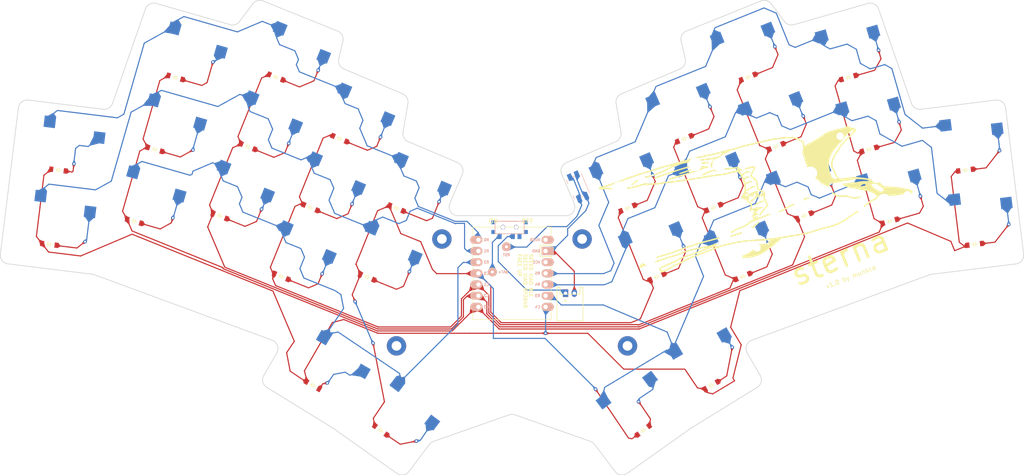
<source format=kicad_pcb>
(kicad_pcb (version 20241229) (generator "pcbnew") (generator_version "9.0")
  (title_block (title "sterna") (rev "v1.0.0") (company "Unknown"))
  (layers (0 "F.Cu" signal) (2 "B.Cu" signal) (13 "F.Paste" user) (15 "B.Paste" user) (5 "F.SilkS" user "F.Silkscreen") (7 "B.SilkS" user "B.Silkscreen") (1 "F.Mask" user) (3 "B.Mask" user) (25 "Edge.Cuts" user))
  (net 0 "")
  (net 1 "R1")
  (net 2 "pinky_bottom")
  (net 3 "R0")
  (net 4 "pinky_home")
  (net 5 "R2")
  (net 6 "ring_bottom")
  (net 7 "ring_home")
  (net 8 "ring_top")
  (net 9 "middle_bottom")
  (net 10 "middle_home")
  (net 11 "middle_top")
  (net 12 "index_bottom")
  (net 13 "index_home")
  (net 14 "index_top")
  (net 15 "inner_home")
  (net 16 "inner_top")
  (net 17 "R4")
  (net 18 "mirror_pinky_bottom")
  (net 19 "R5")
  (net 20 "mirror_pinky_home")
  (net 21 "R3")
  (net 22 "mirror_ring_bottom")
  (net 23 "mirror_ring_home")
  (net 24 "mirror_ring_top")
  (net 25 "mirror_middle_bottom")
  (net 26 "mirror_middle_home")
  (net 27 "mirror_middle_top")
  (net 28 "mirror_index_bottom")
  (net 29 "mirror_index_home")
  (net 30 "mirror_index_top")
  (net 31 "mirror_inner_home")
  (net 32 "mirror_inner_top")
  (net 33 "home_thumb")
  (net 34 "reachy_thumb")
  (net 35 "mirror_home_thumb")
  (net 36 "mirror_reachy_thumb")
  (net 37 "C4")
  (net 38 "C3")
  (net 39 "C2")
  (net 40 "C1")
  (net 41 "C0")
  (net 42 "VUSB")
  (net 43 "GND")
  (net 44 "VCC")
  (net 45 "RST")
  (net 46 "BAT+")
  (net 47 "BAT_POS")
  (footprint "E73:SPDT_C128955" (layer "F.Cu") (at 168.837528 134.652132)
    (property "Reference" "T1" (hide yes))
    (property "Value" "" (hide yes))
  )
  (footprint "ComboDiode" (layer "F.Cu") (at 143.148142 130.329922 -23)
    (property "Reference" "D13" (hide yes))
    (property "Value" "" (hide yes))
  )
  (footprint "PG1350" (layer "F.Cu") (at 196.362734 177.061459 37)
    (property "Reference" "S30" (hide yes))
    (property "Value" "" (hide yes))
  )
  (footprint "LOGO" (layer "F.Cu") (at 224.251698 127.739966)
    (property "Reference" "G***")
    (property "Value" "LOGO" (hide yes))
  )
  (footprint "xiao-ble" (layer "F.Cu") (at 169.387529 145.152132)
    (property "Reference" "MCU1" (hide yes))
    (property "Value" "")
  )
  (footprint "PG1350" (layer "F.Cu") (at 212.261015 166.538616 30)
    (property "Reference" "S29" (hide yes))
    (property "Value" "" (hide yes))
  )
  (footprint "ComboDiode" (layer "F.Cu") (at 235.696662 132.09773 22)
    (property "Reference" "D19" (hide yes))
    (property "Value" "" (hide yes))
  )
  (footprint "MountingHole_2.2mm_M2_Pad" (layer "F.Cu") (at 185.298255 137.348603 23)
    (property "Reference" "PAD2" (hide yes))
    (property "Value" "" (hide yes))
  )
  (footprint "ComboDiode" (layer "F.Cu") (at 195.626915 130.329922 23)
    (property "Reference" "D26" (hide yes))
    (property "Value" "" (hide yes))
  )
  (footprint "MountingHole_2.2mm_M2" (layer "F.Cu") (at 104.003111 100.262244 -19)
    (property "Reference" "PAD7" (hide yes))
    (property "Value" "" (hide yes))
  )
  (footprint "PG1350" (layer "F.Cu") (at 253.84054 128.807571 16)
    (property "Reference" "S16" (hide yes))
    (property "Value" "" (hide yes))
  )
  (footprint "PG1350" (layer "F.Cu") (at 84.934517 128.807571 -16)
    (property "Reference" "S3" (hide yes))
    (property "Value" "" (hide yes))
  )
  (footprint "MountingHole_2.2mm_M2_Pad" (layer "F.Cu") (at 195.603788 161.626917 23)
    (property "Reference" "PAD4" (hide yes))
    (property "Value" "" (hide yes))
  )
  (footprint "ComboDiode" (layer "F.Cu") (at 229.32835 116.335606 22)
    (property "Reference" "D20" (hide yes))
    (property "Value" "" (hide yes))
  )
  (footprint "MountingHole_2.2mm_M2_Pad" (layer "F.Cu") (at 143.171271 161.626918 -23)
    (property "Reference" "PAD3" (hide yes))
    (property "Value" "" (hide yes))
  )
  (footprint "PG1350" (layer "F.Cu") (at 111.207359 111.977842 -22)
    (property "Reference" "S7" (hide yes))
    (property "Value" "" (hide yes))
  )
  (footprint "MountingHole_2.2mm_M2" (layer "F.Cu") (at 134.463182 171.800039 -33.5)
    (property "Reference" "PAD5" (hide yes))
    (property "Value" "" (hide yes))
  )
  (footprint "PG1350" (layer "F.Cu") (at 213.290049 125.874175 23)
    (property "Reference" "S23" (hide yes))
    (property "Value" "" (hide yes))
  )
  (footprint "ComboDiode" (layer "F.Cu") (at 123.648572 130.200548 -23)
    (property "Reference" "D10" (hide yes))
    (property "Value" "" (hide yes))
  )
  (footprint "PG1350" (layer "F.Cu") (at 206.64762 110.225593 23)
    (property "Reference" "S24" (hide yes))
    (property "Value" "" (hide yes))
  )
  (footprint "ComboDiode" (layer "F.Cu") (at 202.269343 145.978505 23)
    (property "Reference" "D25" (hide yes))
    (property "Value" "" (hide yes))
  )
  (footprint "ComboDiode" (layer "F.Cu") (at 245.764365 100.642605 16)
    (property "Reference" "D18" (hide yes))
    (property "Value" "" (hide yes))
  )
  (footprint "MountingHole_2.2mm_M2" (layer "F.Cu") (at 234.771947 100.262244 19)
    (property "Reference" "PAD8" (hide yes))
    (property "Value" "" (hide yes))
  )
  (footprint "ComboDiode" (layer "F.Cu") (at 117.006144 145.849132 -23)
    (property "Reference" "D9" (hide yes))
    (property "Value" "" (hide yes))
  )
  (footprint "ComboDiode" (layer "F.Cu") (at 255.136038 133.325502 16)
    (property "Reference" "D16" (hide yes))
    (property "Value" "" (hide yes))
  )
  (footprint "ComboDiode" (layer "F.Cu") (at 109.44671 116.335604 -22)
    (property "Reference" "D7" (hide yes))
    (property "Value" "" (hide yes))
  )
  (footprint "ComboDiode" (layer "F.Cu") (at 103.078397 132.097732 -22)
    (property "Reference" "D6" (hide yes))
    (property "Value" "" (hide yes))
  )
  (footprint "PG1350" (layer "F.Cu") (at 125.48501 125.874176 -23)
    (property "Reference" "S10" (hide yes))
    (property "Value" "" (hide yes))
  )
  (footprint "PG1350" (layer "F.Cu") (at 273.828663 133.897008 7)
    (property "Reference" "S14" (hide yes))
    (property "Value" "" (hide yes))
  )
  (footprint "JST_PH_S2B-PH-K_02x2.00mm_Angled" (layer "F.Cu") (at 182.537529 149.652132)
    (property "Reference" "JST1" (hide yes))
    (property "Value" "" (hide yes))
  )
  (footprint "ComboDiode" (layer "F.Cu") (at 199.191266 180.815047 37)
    (property "Reference" "D30" (hide yes))
    (property "Value" "" (hide yes))
  )
  (footprint "PG1350" (layer "F.Cu") (at 67.018175 117.023726 -7)
    (property "Reference" "S2" (hide yes))
    (property "Value" "" (hide yes))
  )
  (footprint "PG1350" (layer "F.Cu") (at 89.620355 112.466123 -16)
    (property "Reference" "S4" (hide yes))
    (property "Value" "" (hide yes))
  )
  (footprint "ComboDiode" (layer "F.Cu") (at 115.815021 100.573481 -22)
    (property "Reference" "D8" (hide yes))
    (property "Value" "" (hide yes))
  )
  (footprint "PG1350" (layer "F.Cu") (at 200.432906 141.652133 23)
    (property "Reference" "S25" (hide yes))
    (property "Value" "" (hide yes))
  )
  (footprint "MountingHole_2.2mm_M2_Pad" (layer "F.Cu") (at 153.476803 137.348603 -23)
    (property "Reference" "PAD1" (hide yes))
    (property "Value" "" (hide yes))
  )
  (footprint "ComboDiode" (layer "F.Cu") (at 214.611018 170.608935 30)
    (property "Reference" "D29" (hide yes))
    (property "Value" "" (hide yes))
  )
  (footprint "MountingHole_2.2mm_M2" (layer "F.Cu") (at 204.311877 171.800037 33.5)
    (property "Reference" "PAD6" (hide yes))
    (property "Value" "" (hide yes))
  )
  (footprint "ComboDiode" (layer "F.Cu") (at 208.484056 114.551967 23)
    (property "Reference" "D24" (hide yes))
    (property "Value" "" (hide yes))
  )
  (footprint "ComboDiode" (layer "F.Cu") (at 274.401449 138.561975 7)
    (property "Reference" "D14" (hide yes))
    (property "Value" "" (hide yes))
  )
  (footprint "PG1350" (layer "F.Cu") (at 138.342152 141.652133 -23)
    (property "Reference" "S12" (hide yes))
    (property "Value" "" (hide yes))
  )
  (footprint "PG1350" (layer "F.Cu") (at 118.842582 141.522758 -23)
    (property "Reference" "S9" (hide yes))
    (property "Value" "" (hide yes))
  )
  (footprint "PG1350" (layer "F.Cu") (at 271.756884 117.023724 7)
    (property "Reference" "S15" (hide yes))
    (property "Value" "" (hide yes))
  )
  (footprint "ComboDiode" (layer "F.Cu") (at 130.291 114.551966 -23)
    (property "Reference" "D11" (hide yes))
    (property "Value" "" (hide yes))
  )
  (footprint "ComboDiode" (layer "F.Cu") (at 64.373608 138.561975 -7)
    (property "Reference" "D1" (hide yes))
    (property "Value" "" (hide yes))
  )
  (footprint "ComboDiode" (layer "F.Cu") (at 66.445388 121.688691 -7)
    (property "Reference" "D2" (hide yes))
    (property "Value" "" (hide yes))
  )
  (footprint "PG1350" (layer "F.Cu") (at 117.575671 96.215717 -22)
    (property "Reference" "S8" (hide yes))
    (property "Value" "" (hide yes))
  )
  (footprint "ComboDiode" (layer "F.Cu") (at 93.010692 100.642606 -16)
    (property "Reference" "D5" (hide yes))
    (property "Value" "" (hide yes))
  )
  (footprint "PG1350" (layer "F.Cu") (at 221.199389 96.215717 22)
    (property "Reference" "S21" (hide yes))
    (property "Value" "" (hide yes))
  )
  (footprint "MountingHole_2.2mm_M2" (layer "F.Cu") (at 261.892359 118.738692 7)
    (property "Reference" "PAD10" (hide yes))
    (property "Value" "" (hide yes))
  )
  (footprint "ComboDiode" (layer "F.Cu") (at 215.126485 130.200549 23)
    (property "Reference" "D23" (hide yes))
    (property "Value" "" (hide yes))
  )
  (footprint "PG1350" (layer "F.Cu") (at 94.306188 96.124675 -16)
    (property "Reference" "S5" (hide yes))
    (property "Value" "" (hide yes))
  )
  (footprint "ComboDiode" (layer "F.Cu") (at 88.324857 116.984053 -16)
    (property "Reference" "D4" (hide yes))
    (property "Value" "" (hide yes))
  )
  (footprint "PG1350" (layer "F.Cu") (at 244.468869 96.124674 16)
    (property "Reference" "S18" (hide yes))
    (property "Value" "" (hide yes))
  )
  (footprint "PG1350" (layer "F.Cu") (at 227.567701 111.97784 22)
    (property "Reference" "S20" (hide yes))
    (property "Value" "" (hide yes))
  )
  (footprint "PG1350" (layer "F.Cu") (at 104.839045 127.739966 -22)
    (property "Reference" "S6" (hide yes))
    (property "Value" "" (hide yes))
  )
  (footprint "ComboDiode" (layer "F.Cu") (at 136.505713 145.978505 -23)
    (property "Reference" "D12" (hide yes))
    (property "Value" "" (hide yes))
  )
  (footprint "MountingHole_2.2mm_M2" (layer "F.Cu") (at 76.882703 118.738692 -7)
    (property "Reference" "PAD9" (hide yes))
    (property "Value" "" (hide yes))
  )
  (footprint "PG1350" (layer "F.Cu") (at 144.984579 126.003549 -23)
    (property "Reference" "S13" (hide yes))
    (property "Value" "" (hide yes))
  )
  (footprint "ComboDiode" (layer "F.Cu") (at 250.450202 116.984053 16)
    (property "Reference" "D17" (hide yes))
    (property "Value" "" (hide yes))
  )
  (footprint "PG1350" (layer "F.Cu") (at 249.154703 112.466123 16)
    (property "Reference" "S17" (hide yes))
    (property "Value" "" (hide yes))
  )
  (footprint "PG1350" (layer "F.Cu") (at 126.514042 166.538617 -30)
    (property "Reference" "S27" (hide yes))
    (property "Value" "" (hide yes))
  )
  (footprint "PG1350" (layer "F.Cu") (at 132.127437 110.225593 -23)
    (property "Reference" "S11" (hide yes))
    (property "Value" "" (hide yes))
  )
  (footprint "ComboDiode" (layer "F.Cu") (at 272.32967 121.688691 7)
    (property "Reference" "D15" (hide yes))
    (property "Value" "" (hide yes))
  )
  (footprint "PG1350" (layer "F.Cu") (at 193.790477 126.003551 23)
    (property "Reference" "S26" (hide yes))
    (property "Value" "" (hide yes))
  )
  (footprint "ComboDiode" (layer "F.Cu") (at 221.768916 145.849132 23)
    (property "Reference" "D22" (hide yes))
    (property "Value" "" (hide yes))
  )
  (footprint "ComboDiode" (layer "F.Cu") (at 222.960039 100.57348 22)
    (property "Reference" "D21" (hide yes))
    (property "Value" "" (hide yes))
  )
  (footprint "ComboDiode" (layer "F.Cu") (at 124.164043 170.608935 -30)
    (property "Reference" "D27" (hide yes))
    (property "Value" "" (hide yes))
  )
  (footprint "PG1350" (layer "F.Cu") (at 233.936012 127.739966 22)
    (property "Reference" "S19" (hide yes))
    (property "Value" "" (hide yes))
  )
  (footprint "PG1350" (layer "F.Cu") (at 219.932475 141.522758 23)
    (property "Reference" "S22" (hide yes))
    (property "Value" "" (hide yes))
  )
  (footprint "ComboDiode" (layer "F.Cu") (at 139.583796 180.815047 -37)
    (property "Reference" "D28" (hide yes))
    (property "Value" "" (hide yes))
  )
  (footprint "PG1350" (layer "F.Cu") (at 142.412323 177.061459 -37)
    (property "Reference" "S28" (hide yes))
    (property "Value" "" (hide yes))
  )
  (footprint "ComboDiode" (layer "F.Cu") (at 83.639022 133.325502 -16)
    (property "Reference" "D3" (hide yes))
    (property "Value" "" (hide yes))
  )
  (footprint "PG1350" (layer "F.Cu") (at 64.946394 133.897009 -7)
    (property "Reference" "S1" (hide yes))
    (property "Value" "" (hide yes))
  )
  (footprint "Panasonic_EVQPUL_EVQPUC" (layer "B.Cu") (at 184.351604 125.393082 113)
    (property "Reference" "B1" (hide yes))
    (property "Value" "")
  )
  (gr_line (start 114.976664 160.342879) (end 74.584672 145.460863) (stroke (width 0.15)) (layer "Edge.Cuts"))
  (gr_line (start 192.776375 190.164835) (end 188.141011 184.013493) (stroke (width 0.15)) (layer "Edge.Cuts"))
  (gr_arc (start 57.353726 107.525123) (mid 58.107499 106.192862) (end 59.582555 105.78377) (stroke (width 0.15)) (layer "Edge.Cuts"))
  (gr_arc (start 262.185051 107.872021) (mid 260.88389 107.584554) (end 260.052148 106.543486) (stroke (width 0.15)) (layer "Edge.Cuts"))
  (gr_line (start 228.248331 83.927536) (end 231.205434 87.91495) (stroke (width 0.15)) (layer "Edge.Cuts"))
  (gr_line (start 150.634048 184.013493) (end 145.998683 190.164834) (stroke (width 0.15)) (layer "Edge.Cuts"))
  (gr_arc (start 233.363158 88.646118) (mid 232.170016 88.61779) (end 231.205434 87.91495) (stroke (width 0.15)) (layer "Edge.Cuts"))
  (gr_arc (start 193.013021 106.549925) (mid 193.22964 105.254489) (end 194.203112 104.372781) (stroke (width 0.15)) (layer "Edge.Cuts"))
  (gr_arc (start 264.190386 145.460862) (mid 264.411107 145.393718) (end 264.638091 145.352446) (stroke (width 0.15)) (layer "Edge.Cuts"))
  (gr_line (start 194.122187 113.055574) (end 193.013024 106.549925) (stroke (width 0.15)) (layer "Edge.Cuts"))
  (gr_arc (start 194.122185 113.055573) (mid 193.905548 114.350991) (end 192.932097 115.232718) (stroke (width 0.15)) (layer "Edge.Cuts"))
  (gr_arc (start 114.976664 160.342879) (mid 116.165953 161.539222) (end 116.017274 163.219552) (stroke (width 0.15)) (layer "Edge.Cuts"))
  (gr_line (start 233.363155 88.646117) (end 250.157976 83.830281) (stroke (width 0.15)) (layer "Edge.Cuts"))
  (gr_line (start 158.103539 122.609744) (end 155.279205 129.263456) (stroke (width 0.15)) (layer "Edge.Cuts"))
  (gr_arc (start 209.916305 180.38492) (mid 209.969811 180.348245) (end 210.024476 180.313323) (stroke (width 0.15)) (layer "Edge.Cuts"))
  (gr_line (start 208.977187 90.098823) (end 225.892669 83.264525) (stroke (width 0.15)) (layer "Edge.Cuts"))
  (gr_arc (start 168.723807 177.294955) (mid 169.387529 177.181612) (end 170.051252 177.294956) (stroke (width 0.15)) (layer "Edge.Cuts"))
  (gr_line (start 53.271101 140.775419) (end 57.353725 107.525123) (stroke (width 0.15)) (layer "Edge.Cuts"))
  (gr_line (start 145.842961 115.232717) (end 157.043989 119.987272) (stroke (width 0.15)) (layer "Edge.Cuts"))
  (gr_arc (start 250.157974 83.83028) (mid 251.630226 83.977435) (end 252.598411 85.096249) (stroke (width 0.15)) (layer "Edge.Cuts"))
  (gr_arc (start 145.842961 115.232717) (mid 144.869473 114.351005) (end 144.65287 113.055573) (stroke (width 0.15)) (layer "Edge.Cuts"))
  (gr_line (start 208.707433 96.419342) (end 207.777933 92.404265) (stroke (width 0.15)) (layer "Edge.Cuts"))
  (gr_line (start 143.244033 190.592301) (end 128.858752 180.38492) (stroke (width 0.15)) (layer "Edge.Cuts"))
  (gr_arc (start 208.707433 96.419342) (mid 208.541229 97.777841) (end 207.540425 98.711427) (stroke (width 0.15)) (layer "Edge.Cuts"))
  (gr_arc (start 157.120211 132.044919) (mid 155.452403 131.148793) (end 155.279205 129.263456) (stroke (width 0.15)) (layer "Edge.Cuts"))
  (gr_arc (start 86.176646 85.09625) (mid 87.144851 83.977455) (end 88.617083 83.83028) (stroke (width 0.15)) (layer "Edge.Cuts"))
  (gr_line (start 225.041197 171.059948) (end 210.024476 180.313323) (stroke (width 0.15)) (layer "Edge.Cuts"))
  (gr_arc (start 150.634048 184.013493) (mid 151.050372 183.603029) (end 151.567597 183.330466) (stroke (width 0.15)) (layer "Edge.Cuts"))
  (gr_arc (start 222.757785 163.219552) (mid 222.609121 161.539237) (end 223.798394 160.342879) (stroke (width 0.15)) (layer "Edge.Cuts"))
  (gr_arc (start 107.569623 87.91495) (mid 106.605047 88.617781) (end 105.411901 88.646118) (stroke (width 0.15)) (layer "Edge.Cuts"))
  (gr_arc (start 285.503955 140.775419) (mid 285.094895 142.250485) (end 283.762605 143.00425) (stroke (width 0.15)) (layer "Edge.Cuts"))
  (gr_line (start 88.617082 83.830282) (end 105.411901 88.646118) (stroke (width 0.15)) (layer "Edge.Cuts"))
  (gr_arc (start 183.495854 129.263459) (mid 183.322588 131.148773) (end 181.654844 132.044922) (stroke (width 0.15)) (layer "Edge.Cuts"))
  (gr_arc (start 78.72291 106.543488) (mid 77.891158 107.584547) (end 76.590009 107.872022) (stroke (width 0.15)) (layer "Edge.Cuts"))
  (gr_line (start 283.762605 143.00425) (end 264.638091 145.352446) (stroke (width 0.15)) (layer "Edge.Cuts"))
  (gr_arc (start 55.012455 143.004249) (mid 53.680183 142.250479) (end 53.271101 140.775419) (stroke (width 0.15)) (layer "Edge.Cuts"))
  (gr_line (start 145.762035 106.549926) (end 144.65287 113.055573) (stroke (width 0.15)) (layer "Edge.Cuts"))
  (gr_line (start 107.569621 87.914951) (end 110.52673 83.927536) (stroke (width 0.15)) (layer "Edge.Cuts"))
  (gr_arc (start 157.043989 119.987272) (mid 158.116877 121.079071) (end 158.103539 122.609744) (stroke (width 0.15)) (layer "Edge.Cuts"))
  (gr_line (start 112.88239 83.264526) (end 129.797871 90.098826) (stroke (width 0.15)) (layer "Edge.Cuts"))
  (gr_line (start 252.598414 85.096248) (end 260.052148 106.543486) (stroke (width 0.15)) (layer "Edge.Cuts"))
  (gr_line (start 113.051018 168.357252) (end 116.017274 163.219552) (stroke (width 0.15)) (layer "Edge.Cuts"))
  (gr_arc (start 225.724039 168.357254) (mid 225.931074 169.847176) (end 225.041197 171.059948) (stroke (width 0.15)) (layer "Edge.Cuts"))
  (gr_line (start 74.136968 145.352445) (end 55.012457 143.00425) (stroke (width 0.15)) (layer "Edge.Cuts"))
  (gr_arc (start 129.797868 90.098822) (mid 130.82297 91.030221) (end 130.997125 92.404266) (stroke (width 0.15)) (layer "Edge.Cuts"))
  (gr_line (start 264.190386 145.460862) (end 223.798394 160.342879) (stroke (width 0.15)) (layer "Edge.Cuts"))
  (gr_arc (start 279.192504 105.78377) (mid 280.66754 106.192859) (end 281.421332 107.525123) (stroke (width 0.15)) (layer "Edge.Cuts"))
  (gr_line (start 128.750583 180.313323) (end 113.733861 171.059945) (stroke (width 0.15)) (layer "Edge.Cuts"))
  (gr_arc (start 187.20746 183.330467) (mid 187.72469 183.603018) (end 188.141011 184.013493) (stroke (width 0.15)) (layer "Edge.Cuts"))
  (gr_arc (start 131.234633 98.711426) (mid 130.233789 97.777862) (end 130.067626 96.419341) (stroke (width 0.15)) (layer "Edge.Cuts"))
  (gr_line (start 187.20746 183.330467) (end 170.051252 177.294956) (stroke (width 0.15)) (layer "Edge.Cuts"))
  (gr_line (start 281.421332 107.525123) (end 285.503957 140.775422) (stroke (width 0.15)) (layer "Edge.Cuts"))
  (gr_line (start 181.731067 119.987272) (end 192.932097 115.232718) (stroke (width 0.15)) (layer "Edge.Cuts"))
  (gr_arc (start 180.671519 122.609744) (mid 180.658157 121.07907) (end 181.731067 119.987272) (stroke (width 0.15)) (layer "Edge.Cuts"))
  (gr_line (start 262.185052 107.872023) (end 279.192503 105.783771) (stroke (width 0.15)) (layer "Edge.Cuts"))
  (gr_arc (start 195.531028 190.592301) (mid 194.066977 190.937513) (end 192.776375 190.164835) (stroke (width 0.15)) (layer "Edge.Cuts"))
  (gr_line (start 130.997125 92.404266) (end 130.067626 96.419341) (stroke (width 0.15)) (layer "Edge.Cuts"))
  (gr_line (start 209.916305 180.38492) (end 195.531027 190.592303) (stroke (width 0.15)) (layer "Edge.Cuts"))
  (gr_arc (start 128.750583 180.313323) (mid 128.805247 180.348246) (end 128.858752 180.38492) (stroke (width 0.15)) (layer "Edge.Cuts"))
  (gr_line (start 194.203112 104.372781) (end 207.540425 98.711427) (stroke (width 0.15)) (layer "Edge.Cuts"))
  (gr_arc (start 225.892669 83.264525) (mid 227.183744 83.193686) (end 228.248331 83.927536) (stroke (width 0.15)) (layer "Edge.Cuts"))
  (gr_arc (start 145.998679 190.164834) (mid 144.708096 190.937549) (end 143.244033 190.592301) (stroke (width 0.15)) (layer "Edge.Cuts"))
  (gr_arc (start 144.571948 104.372783) (mid 145.545406 105.254501) (end 145.762035 106.549926) (stroke (width 0.15)) (layer "Edge.Cuts"))
  (gr_line (start 59.582555 105.78377) (end 76.590009 107.872022) (stroke (width 0.15)) (layer "Edge.Cuts"))
  (gr_line (start 183.495851 129.263456) (end 180.671519 122.609744) (stroke (width 0.15)) (layer "Edge.Cuts"))
  (gr_arc (start 207.777933 92.404266) (mid 207.952097 91.030223) (end 208.977187 90.098823) (stroke (width 0.15)) (layer "Edge.Cuts"))
  (gr_line (start 157.120217 132.044919) (end 181.654844 132.044922) (stroke (width 0.15)) (layer "Edge.Cuts"))
  (gr_arc (start 113.733861 171.059945) (mid 112.84403 169.847166) (end 113.051018 168.357252) (stroke (width 0.15)) (layer "Edge.Cuts"))
  (gr_line (start 222.757785 163.219552) (end 225.724039 168.357254) (stroke (width 0.15)) (layer "Edge.Cuts"))
  (gr_line (start 131.234633 98.711426) (end 144.571947 104.37278) (stroke (width 0.15)) (layer "Edge.Cuts"))
  (gr_line (start 168.723807 177.294955) (end 151.567597 183.330466) (stroke (width 0.15)) (layer "Edge.Cuts"))
  (gr_line (start 78.722908 106.543486) (end 86.176643 85.096247) (stroke (width 0.15)) (layer "Edge.Cuts"))
  (gr_arc (start 74.136968 145.352445) (mid 74.363952 145.393722) (end 74.584672 145.460863) (stroke (width 0.15)) (layer "Edge.Cuts"))
  (gr_arc (start 110.52673 83.927536) (mid 111.59132 83.193677) (end 112.88239 83.264526) (stroke (width 0.15)) (layer "Edge.Cuts"))
  (gr_text "v1.0 by munkca" (at 240.877262 148.771933 22) (layer "F.SilkS") (effects (font (size 1 1)) (justify left bottom)))
  (gr_text "ON       OFF" (at 164 133.85 0) (layer "F.SilkS") (effects (font (size 1 1)) (justify left bottom)))
  (gr_text "sterna" (at 233.74641 148.74094 22) (layer "F.SilkS") (effects (font (size 5 5) (thickness 0.625)) (justify left bottom)))
  (segment (start 62.595879 126.211573) (end 62.418608 127.655309) (width 0.25) (layer "B.Cu") (net 1))
  (segment (start 109.944304 108.386295) (end 109.537044 107.42684) (width 0.25) (layer "B.Cu") (net 1))
  (segment (start 82.937154 108.523867) (end 78.692344 123.327296) (width 0.25) (layer "B.Cu") (net 1))
  (segment (start 88.581219 104.263453) (end 88.109943 105.906972) (width 0.25) (layer "B.Cu") (net 1))
  (segment (start 127.859246 128.512897) (end 128.945608 125.824069) (width 0.25) (layer "B.Cu") (net 1))
  (segment (start 159.268885 140.134184) (end 158.618882 139.48419) (width 0.25) (layer "B.Cu") (net 1))
  (segment (start 156.76788 133.785182) (end 156.579322 133.865221) (width 0.25) (layer "B.Cu") (net 1))
  (segment (start 89.824068 103.574534) (end 88.581219 104.263453) (width 0.25) (layer "B.Cu") (net 1))
  (segment (start 138.41837 133.05685) (end 137.650034 134.958555) (width 0.25) (layer "B.Cu") (net 1))
  (segment (start 146.253022 131.037125) (end 145.410152 133.123297) (width 0.25) (layer "B.Cu") (net 1))
  (segment (start 78.444262 124.192432) (end 74.857252 126.180742) (width 0.25) (layer "B.Cu") (net 1))
  (segment (start 109.537044 107.42684) (end 110.39743 105.297334) (width 0.25) (layer "B.Cu") (net 1))
  (segment (start 145.410152 133.123297) (end 143.71782 133.841644) (width 0.25) (layer "B.Cu") (net 1))
  (segment (start 102.630264 107.246647) (end 89.824068 103.574534) (width 0.25) (layer "B.Cu") (net 1))
  (segment (start 114.09095 114.807197) (end 115.06492 112.39652) (width 0.25) (layer "B.Cu") (net 1))
  (segment (start 140.055442 132.361942) (end 138.41837 133.05685) (width 0.25) (layer "B.Cu") (net 1))
  (segment (start 161.419904 140.135212) (end 161.418884 140.134183) (width 0.25) (layer "B.Cu") (net 1))
  (segment (start 115.06492 112.39652) (end 114.070271 110.0533) (width 0.25) (layer "B.Cu") (net 1))
  (segment (start 156.579322 133.865221) (end 147.875222 130.348541) (width 0.25) (layer "B.Cu") (net 1))
  (segment (start 123.981845 121.188004) (end 124.79289 119.180598) (width 0.25) (layer "B.Cu") (net 1))
  (segment (start 88.109943 105.906972) (end 87.812195 105.821593) (width 0.25) (layer "B.Cu") (net 1))
  (segment (start 121.521553 119.373238) (end 114.892171 116.694795) (width 0.25) (layer "B.Cu") (net 1))
  (segment (start 124.50073 122.410411) (end 123.981845 121.188004) (width 0.25) (layer "B.Cu") (net 1))
  (segment (start 137.650034 134.958555) (end 129.134948 131.518237) (width 0.25) (layer "B.Cu") (net 1))
  (segment (start 158.618882 139.48419) (end 158.618873 133.785187) (width 0.25) (layer "B.Cu") (net 1))
  (segment (start 128.116747 123.871379) (end 124.50073 122.410411) (width 0.25) (layer "B.Cu") (net 1))
  (segment (start 87.812195 105.821593) (end 82.937154 108.523867) (width 0.25) (layer "B.Cu") (net 1))
  (segment (start 158.618873 133.785187) (end 156.76788 133.785182) (width 0.25) (layer "B.Cu") (net 1))
  (segment (start 143.71782 133.841644) (end 140.055442 132.361942) (width 0.25) (layer "B.Cu") (net 1))
  (segment (start 78.692344 123.327296) (end 78.444262 124.192432) (width 0.25) (layer "B.Cu") (net 1))
  (segment (start 128.945608 125.824069) (end 128.116747 123.871379) (width 0.25) (layer "B.Cu") (net 1))
  (segment (start 74.857252 126.180742) (end 64.295239 124.883888) (width 0.25) (layer "B.Cu") (net 1))
  (segment (start 114.070271 110.0533) (end 109.944304 108.386295) (width 0.25) (layer "B.Cu") (net 1))
  (segment (start 129.134948 131.518237) (end 127.859246 128.512897) (width 0.25) (layer "B.Cu") (net 1))
  (segment (start 64.295239 124.883888) (end 62.595879 126.211573) (width 0.25) (layer "B.Cu") (net 1))
  (segment (start 110.39743 105.297334) (end 107.596063 104.494064) (width 0.25) (layer "B.Cu") (net 1))
  (segment (start 147.875222 130.348541) (end 146.253022 131.037125) (width 0.25) (layer "B.Cu") (net 1))
  (segment (start 107.596063 104.494064) (end 102.630264 107.246647) (width 0.25) (layer "B.Cu") (net 1))
  (segment (start 161.418884 140.134183) (end 159.268885 140.134184) (width 0.25) (layer "B.Cu") (net 1))
  (segment (start 161.76521 140.135207) (end 161.419904 140.135212) (width 0.25) (layer "B.Cu") (net 1))
  (segment (start 124.79289 119.180598) (end 123.349358 118.597374) (width 0.25) (layer "B.Cu") (net 1))
  (segment (start 123.349358 118.597374) (end 121.521553 119.373238) (width 0.25) (layer "B.Cu") (net 1))
  (segment (start 114.892171 116.694795) (end 114.09095 114.807197) (width 0.25) (layer "B.Cu") (net 1))
  (segment (start 66.00899 138.826134) (end 70.632307 139.393808) (width 0.25) (layer "F.Cu") (net 2))
  (segment (start 70.632307 139.393808) (end 72.47763 137.95208) (width 0.25) (layer "F.Cu") (net 2))
  (via (at 72.47763 137.95208) (size 0.8) (drill 0.4) (layers "F.Cu" "B.Cu") (net 2))
  (segment (start 72.47763 137.95208) (end 72.824319 137.681217) (width 0.25) (layer "B.Cu") (net 2))
  (segment (start 72.824319 137.681217) (end 73.614402 131.246502) (width 0.25) (layer "B.Cu") (net 2))
  (segment (start 64.667653 109.33829) (end 64.490391 110.782026) (width 0.25) (layer "B.Cu") (net 3))
  (segment (start 85.925957 92.840137) (end 81.295245 108.989334) (width 0.25) (layer "B.Cu") (net 3))
  (segment (start 156.468888 133.334189) (end 148.143136 129.970369) (width 0.25) (layer "B.Cu") (net 3))
  (segment (start 148.314293 125.668362) (end 147.678834 124.171302) (width 0.25) (layer "B.Cu") (net 3))
  (segment (start 92.16158 89.383673) (end 85.925957 92.840137) (width 0.25) (layer "B.Cu") (net 3))
  (segment (start 116.626371 93.182357) (end 115.942819 91.572003) (width 0.25) (layer "B.Cu") (net 3))
  (segment (start 94.91563 86.806063) (end 93.334613 87.682441) (width 0.25) (layer "B.Cu") (net 3))
  (segment (start 120.932176 96.539808) (end 120.10331 94.587123) (width 0.25) (layer "B.Cu") (net 3))
  (segment (start 115.942819 91.572003) (end 116.765735 89.535213) (width 0.25) (layer "B.Cu") (net 3))
  (segment (start 92.795785 89.565531) (end 92.16158 89.383673) (width 0.25) (layer "B.Cu") (net 3))
  (segment (start 143.795018 120.541205) (end 144.292462 119.309978) (width 0.25) (layer "B.Cu") (net 3))
  (segment (start 112.70542 87.894733) (end 107.063738 90.289483) (width 0.25) (layer "B.Cu") (net 3))
  (segment (start 131.491376 106.576178) (end 130.832511 105.024) (width 0.25) (layer "B.Cu") (net 3))
  (segment (start 135.563514 110.378482) (end 134.458347 107.774902) (width 0.25) (layer "B.Cu") (net 3))
  (segment (start 107.063738 90.289483) (end 94.91563 86.806063) (width 0.25) (layer "B.Cu") (net 3))
  (segment (start 81.295245 108.989334) (end 79.810975 109.812081) (width 0.25) (layer "B.Cu") (net 3))
  (segment (start 79.810975 109.812081) (end 66.200258 108.140891) (width 0.25) (layer "B.Cu") (net 3))
  (segment (start 66.200258 108.140891) (end 64.667653 109.33829) (width 0.25) (layer "B.Cu") (net 3))
  (segment (start 130.832511 105.024) (end 131.435319 103.532014) (width 0.25) (layer "B.Cu") (net 3))
  (segment (start 134.833033 112.186493) (end 135.563514 110.378482) (width 0.25) (layer "B.Cu") (net 3))
  (segment (start 120.445188 97.745151) (end 120.932176 96.539808) (width 0.25) (layer "B.Cu") (net 3))
  (segment (start 144.850917 123.028748) (end 143.795018 120.541205) (width 0.25) (layer "B.Cu") (net 3))
  (segment (start 131.435319 103.532014) (end 121.135081 99.37045) (width 0.25) (layer "B.Cu") (net 3))
  (segment (start 161.76522 137.595204) (end 161.765214 135.930513) (width 0.25) (layer "B.Cu") (net 3))
  (segment (start 120.10331 94.587123) (end 116.626371 93.182357) (width 0.25) (layer "B.Cu") (net 3))
  (segment (start 93.335363 87.683792) (end 92.795785 89.565531) (width 0.25) (layer "B.Cu") (net 3))
  (segment (start 134.458347 107.774902) (end 131.491376 106.576178) (width 0.25) (layer "B.Cu") (net 3))
  (segment (start 136.524577 116.171549) (end 134.833033 112.186493) (width 0.25) (layer "B.Cu") (net 3))
  (segment (start 147.678834 124.171302) (end 144.850917 123.028748) (width 0.25) (layer "B.Cu") (net 3))
  (segment (start 121.135081 99.37045) (end 120.445188 97.745151) (width 0.25) (layer "B.Cu") (net 3))
  (segment (start 161.765214 135.930513) (end 159.168882 133.334176) (width 0.25) (layer "B.Cu") (net 3))
  (segment (start 148.143136 129.970369) (end 147.340313 128.079044) (width 0.25) (layer "B.Cu") (net 3))
  (segment (start 144.292462 119.309978) (end 136.524577 116.171549) (width 0.25) (layer "B.Cu") (net 3))
  (segment (start 116.765735 89.535213) (end 112.70542 87.894733) (width 0.25) (layer "B.Cu") (net 3))
  (segment (start 159.168882 133.334176) (end 156.468888 133.334189) (width 0.25) (layer "B.Cu") (net 3))
  (segment (start 93.334613 87.682441) (end 93.335363 87.683792) (width 0.25) (layer "B.Cu") (net 3))
  (segment (start 147.340313 128.079044) (end 148.314293 125.668362) (width 0.25) (layer "B.Cu") (net 3))
  (segment (start 69.534471 122.12543) (end 69.757365 121.951304) (width 0.25) (layer "F.Cu") (net 4))
  (segment (start 68.080775 121.952848) (end 68.08875 121.953828) (width 0.25) (layer "F.Cu") (net 4))
  (segment (start 69.757365 121.951304) (end 69.964541 120.263972) (width 0.25) (layer "F.Cu") (net 4))
  (segment (start 68.095282 121.948723) (end 69.534471 122.12543) (width 0.25) (layer "F.Cu") (net 4))
  (segment (start 68.08875 121.953828) (end 68.095282 121.948723) (width 0.25) (layer "F.Cu") (net 4))
  (via (at 69.964541 120.263972) (size 0.8) (drill 0.4) (layers "F.Cu" "B.Cu") (net 4))
  (segment (start 71.18336 116.081325) (end 70.34755 116.734332) (width 0.25) (layer "B.Cu") (net 4))
  (segment (start 70.323173 116.932843) (end 69.921006 120.208247) (width 0.25) (layer "B.Cu") (net 4))
  (segment (start 75.686189 114.373214) (end 73.185289 116.327134) (width 0.25) (layer "B.Cu") (net 4))
  (segment (start 69.964541 120.263972) (end 70.008072 120.319691) (width 0.25) (layer "B.Cu") (net 4))
  (segment (start 69.921006 120.208247) (end 69.964541 120.263972) (width 0.25) (layer "B.Cu") (net 4))
  (segment (start 70.34755 116.734332) (end 70.323173 116.932843) (width 0.25) (layer "B.Cu") (net 4))
  (segment (start 73.185289 116.327134) (end 71.18336 116.081325) (width 0.25) (layer "B.Cu") (net 4))
  (segment (start 118.086051 138.153809) (end 121.470282 139.52112) (width 0.25) (layer "B.Cu") (net 5))
  (segment (start 107.090401 125.460482) (end 108.112664 127.868792) (width 0.25) (layer "B.Cu") (net 5))
  (segment (start 144.138572 169.270085) (end 143.375275 170.401703) (width 0.25) (layer "B.Cu") (net 5))
  (segment (start 103.845258 124.149363) (end 107.090401 125.460482) (width 0.25) (layer "B.Cu") (net 5))
  (segment (start 126.650496 159.811337) (end 127.195259 159.003687) (width 0.25) (layer "B.Cu") (net 5))
  (segment (start 104.029117 121.059462) (end 103.299849 122.864457) (width 0.25) (layer "B.Cu") (net 5))
  (segment (start 130.552129 149.958573) (end 131.166022 153.116789) (width 0.25) (layer "B.Cu") (net 5))
  (segment (start 121.250242 144.069931) (end 122.161997 146.217878) (width 0.25) (layer "B.Cu") (net 5))
  (segment (start 101.452291 120.018356) (end 104.029117 121.059462) (width 0.25) (layer "B.Cu") (net 5))
  (segment (start 83.424113 122.248416) (end 83.909165 120.55684) (width 0.25) (layer "B.Cu") (net 5))
  (segment (start 129.254956 149.083617) (end 130.552129 149.958573) (width 0.25) (layer "B.Cu") (net 5))
  (segment (start 83.909165 120.55684) (end 85.392097 119.73484) (width 0.25) (layer "B.Cu") (net 5))
  (segment (start 96.982231 121.91578) (end 101.452291 120.018356) (width 0.25) (layer "B.Cu") (net 5))
  (segment (start 143.872205 167.899771) (end 144.138572 169.270085) (width 0.25) (layer "B.Cu") (net 5))
  (segment (start 96.784354 122.605825) (end 96.982231 121.91578) (width 0.25) (layer "B.Cu") (net 5))
  (segment (start 157.109014 143.87094) (end 157.109014 156.667962) (width 0.25) (layer "B.Cu") (net 5))
  (segment (start 157.109014 156.667962) (end 143.375276 170.401706) (width 0.25) (layer "B.Cu") (net 5))
  (segment (start 161.765204 142.675203) (end 158.304748 142.675198) (width 0.25) (layer "B.Cu") (net 5))
  (segment (start 158.304748 142.675198) (end 157.109014 143.87094) (width 0.25) (layer "B.Cu") (net 5))
  (segment (start 127.195259 159.003687) (end 129.902916 158.477369) (width 0.25) (layer "B.Cu") (net 5))
  (segment (start 103.299849 122.864457) (end 103.845258 124.149363) (width 0.25) (layer "B.Cu") (net 5))
  (segment (start 122.161997 146.217878) (end 129.254956 149.083617) (width 0.25) (layer "B.Cu") (net 5))
  (segment (start 117.430856 136.610259) (end 118.086051 138.153809) (width 0.25) (layer "B.Cu") (net 5))
  (segment (start 129.902916 158.477369) (end 143.872205 167.899771) (width 0.25) (layer "B.Cu") (net 5))
  (segment (start 108.112664 127.868792) (end 107.513295 129.352289) (width 0.25) (layer "B.Cu") (net 5))
  (segment (start 96.313891 122.866614) (end 96.784354 122.605825) (width 0.25) (layer "B.Cu") (net 5))
  (segment (start 107.513295 129.352289) (end 108.31453 131.239891) (width 0.25) (layer "B.Cu") (net 5))
  (segment (start 85.392097 119.73484) (end 96.313891 122.866614) (width 0.25) (layer "B.Cu") (net 5))
  (segment (start 117.686149 135.026275) (end 118.150463 134.829181) (width 0.25) (layer "B.Cu") (net 5))
  (segment (start 122.29915 141.473808) (end 121.250242 144.069931) (width 0.25) (layer "B.Cu") (net 5))
  (segment (start 131.166022 153.116789) (end 126.650496 159.811337) (width 0.25) (layer "B.Cu") (net 5))
  (segment (start 118.150463 134.829181) (end 117.430856 136.610259) (width 0.25) (layer "B.Cu") (net 5))
  (segment (start 121.470282 139.52112) (end 122.29915 141.473808) (width 0.25) (layer "B.Cu") (net 5))
  (segment (start 108.31453 131.239891) (end 117.686149 135.026275) (width 0.25) (layer "B.Cu") (net 5))
  (segment (start 92.08245 133.658276) (end 92.399432 132.552831) (width 0.25) (layer "F.Cu") (net 6))
  (segment (start 89.546804 135.063806) (end 92.08245 133.658276) (width 0.25) (layer "F.Cu") (net 6))
  (segment (start 85.222783 133.843372) (end 85.245927 133.830549) (width 0.25) (layer "F.Cu") (net 6))
  (segment (start 85.245927 133.830549) (end 89.546804 135.063806) (width 0.25) (layer "F.Cu") (net 6))
  (via (at 92.399432 132.552831) (size 0.8) (drill 0.4) (layers "F.Cu" "B.Cu") (net 6))
  (segment (start 92.500972 132.496545) (end 93.920286 127.54682) (width 0.25) (layer "B.Cu") (net 6))
  (segment (start 92.399432 132.552831) (end 92.500972 132.496545) (width 0.25) (layer "B.Cu") (net 6))
  (segment (start 89.908622 117.501928) (end 94.113382 118.707627) (width 0.25) (layer "F.Cu") (net 7))
  (segment (start 94.113382 118.707627) (end 96.981378 117.117862) (width 0.25) (layer "F.Cu") (net 7))
  (via (at 96.981378 117.117862) (size 0.8) (drill 0.4) (layers "F.Cu" "B.Cu") (net 7))
  (segment (start 96.934821 117.033857) (end 98.606122 111.205363) (width 0.25) (layer "B.Cu") (net 7))
  (segment (start 96.981378 117.117862) (end 96.934821 117.033857) (width 0.25) (layer "B.Cu") (net 7))
  (segment (start 98.520196 102.318723) (end 99.000827 102.45654) (width 0.25) (layer "F.Cu") (net 8))
  (segment (start 94.594453 101.160485) (end 94.617717 101.167152) (width 0.25) (layer "F.Cu") (net 8))
  (segment (start 101.526495 97.09501) (end 101.49222 97.033167) (width 0.25) (layer "F.Cu") (net 8))
  (segment (start 99.000827 102.45654) (end 100.175872 101.805197) (width 0.25) (layer "F.Cu") (net 8))
  (segment (start 101.512712 97.143077) (end 101.526495 97.09501) (width 0.25) (layer "F.Cu") (net 8))
  (segment (start 94.617717 101.167152) (end 94.640861 101.154316) (width 0.25) (layer "F.Cu") (net 8))
  (segment (start 94.640861 101.154316) (end 94.675144 101.216161) (width 0.25) (layer "F.Cu") (net 8))
  (segment (start 94.675144 101.216161) (end 98.520196 102.318723) (width 0.25) (layer "F.Cu") (net 8))
  (segment (start 100.175872 101.805197) (end 101.512712 97.143077) (width 0.25) (layer "F.Cu") (net 8))
  (via (at 101.512712 97.143077) (size 0.8) (drill 0.4) (layers "F.Cu" "B.Cu") (net 8))
  (segment (start 102.851149 96.401161) (end 103.291949 94.863916) (width 0.25) (layer "B.Cu") (net 8))
  (segment (start 101.512712 97.143077) (end 102.851149 96.401161) (width 0.25) (layer "B.Cu") (net 8))
  (segment (start 112.534648 130.577472) (end 111.410831 133.359015) (width 0.25) (layer "F.Cu") (net 9))
  (segment (start 108.792558 134.470411) (end 104.605931 132.778898) (width 0.25) (layer "F.Cu") (net 9))
  (segment (start 111.410831 133.359015) (end 108.792558 134.470411) (width 0.25) (layer "F.Cu") (net 9))
  (via (at 112.534648 130.577472) (size 0.8) (drill 0.4) (layers "F.Cu" "B.Cu") (net 9))
  (segment (start 112.534648 130.577472) (end 112.662613 130.523152) (width 0.25) (layer "B.Cu") (net 9))
  (segment (start 112.662613 130.523152) (end 113.913949 127.425968) (width 0.25) (layer "B.Cu") (net 9))
  (segment (start 118.709815 115.627088) (end 117.866945 117.713258) (width 0.25) (layer "F.Cu") (net 10))
  (segment (start 117.866945 117.713258) (end 115.328451 118.790782) (width 0.25) (layer "F.Cu") (net 10))
  (segment (start 115.328451 118.790782) (end 115.320881 118.772933) (width 0.25) (layer "F.Cu") (net 10))
  (segment (start 115.320881 118.772933) (end 110.97425 117.01677) (width 0.25) (layer "F.Cu") (net 10))
  (via (at 118.709815 115.627088) (size 0.8) (drill 0.4) (layers "F.Cu" "B.Cu") (net 10))
  (segment (start 118.709815 115.627088) (end 118.723622 115.659632) (width 0.25) (layer "B.Cu") (net 10))
  (segment (start 120.282269 111.663836) (end 118.695055 115.592331) (width 0.25) (layer "B.Cu") (net 10))
  (segment (start 118.695055 115.592331) (end 118.709815 115.627088) (width 0.25) (layer "B.Cu") (net 10))
  (segment (start 117.342558 101.254658) (end 121.158296 102.796315) (width 0.25) (layer "F.Cu") (net 11))
  (segment (start 121.158296 102.796315) (end 124.427467 101.408626) (width 0.25) (layer "F.Cu") (net 11))
  (segment (start 124.427467 101.408626) (end 125.401464 98.997958) (width 0.25) (layer "F.Cu") (net 11))
  (via (at 125.401464 98.997958) (size 0.8) (drill 0.4) (layers "F.Cu" "B.Cu") (net 11))
  (segment (start 126.650575 95.901717) (end 125.400511 98.995738) (width 0.25) (layer "B.Cu") (net 11))
  (segment (start 125.400511 98.995738) (end 125.401464 98.997958) (width 0.25) (layer "B.Cu") (net 11))
  (segment (start 123.194996 148.44465) (end 118.522659 146.556909) (width 0.25) (layer "F.Cu") (net 12))
  (segment (start 126.290333 145.248733) (end 125.372552 147.520336) (width 0.25) (layer "F.Cu") (net 12))
  (segment (start 125.372552 147.520336) (end 123.194996 148.44465) (width 0.25) (layer "F.Cu") (net 12))
  (via (at 126.290333 145.248733) (size 0.8) (drill 0.4) (layers "F.Cu" "B.Cu") (net 12))
  (segment (start 127.922688 141.367244) (end 126.36773 145.215878) (width 0.25) (layer "B.Cu") (net 12))
  (segment (start 126.36773 145.215878) (end 126.290333 145.248733) (width 0.25) (layer "B.Cu") (net 12))
  (segment (start 133.082511 129.388223) (end 132.185752 131.607772) (width 0.25) (layer "F.Cu") (net 13))
  (segment (start 129.606895 132.702929) (end 125.165093 130.908332) (width 0.25) (layer "F.Cu") (net 13))
  (segment (start 129.606718 132.702505) (end 129.606895 132.702929) (width 0.25) (layer "F.Cu") (net 13))
  (segment (start 132.185752 131.607772) (end 129.606718 132.702505) (width 0.25) (layer "F.Cu") (net 13))
  (via (at 133.082511 129.388223) (size 0.8) (drill 0.4) (layers "F.Cu" "B.Cu") (net 13))
  (segment (start 133.082511 129.388223) (end 133.047349 129.475244) (width 0.25) (layer "B.Cu") (net 13))
  (segment (start 134.565114 125.718651) (end 133.082511 129.388223) (width 0.25) (layer "B.Cu") (net 13))
  (segment (start 133.047349 129.475244) (end 133.039349 129.478651) (width 0.25) (layer "B.Cu") (net 13))
  (segment (start 138.693107 116.285942) (end 136.573903 117.185489) (width 0.25) (layer "F.Cu") (net 14))
  (segment (start 136.573903 117.185489) (end 131.807522 115.259747) (width 0.25) (layer "F.Cu") (net 14))
  (segment (start 139.53598 114.199771) (end 138.693107 116.285942) (width 0.25) (layer "F.Cu") (net 14))
  (via (at 139.53598 114.199771) (size 0.8) (drill 0.4) (layers "F.Cu" "B.Cu") (net 14))
  (segment (start 139.539666 114.198209) (end 139.53598 114.199771) (width 0.25) (layer "B.Cu") (net 14))
  (segment (start 141.207542 110.070075) (end 139.539666 114.198209) (width 0.25) (layer "B.Cu") (net 14))
  (segment (start 144.759756 148.086534) (end 143.164238 148.763791) (width 0.25) (layer "F.Cu") (net 15))
  (segment (start 146.108335 144.748676) (end 144.759756 148.086534) (width 0.25) (layer "F.Cu") (net 15))
  (segment (start 143.164238 148.763791) (end 138.022224 146.686288) (width 0.25) (layer "F.Cu") (net 15))
  (via (at 146.108335 144.748676) (size 0.8) (drill 0.4) (layers "F.Cu" "B.Cu") (net 15))
  (segment (start 147.422255 141.496616) (end 146.108335 144.748676) (width 0.25) (layer "B.Cu") (net 15))
  (segment (start 146.108335 144.748676) (end 146.059383 144.769452) (width 0.25) (layer "B.Cu") (net 15))
  (segment (start 151.338753 132.594939) (end 151.347435 132.615381) (width 0.25) (layer "F.Cu") (net 16))
  (segment (start 152.844139 128.868961) (end 151.338753 132.594939) (width 0.25) (layer "F.Cu") (net 16))
  (segment (start 151.347435 132.615381) (end 149.992765 133.190395) (width 0.25) (layer "F.Cu") (net 16))
  (segment (start 149.992765 133.190395) (end 144.664657 131.037704) (width 0.25) (layer "F.Cu") (net 16))
  (via (at 152.844139 128.868961) (size 0.8) (drill 0.4) (layers "F.Cu" "B.Cu") (net 16))
  (segment (start 154.064684 125.848036) (end 152.844139 128.868961) (width 0.25) (layer "B.Cu") (net 16))
  (segment (start 152.844139 128.868961) (end 152.799501 128.887911) (width 0.25) (layer "B.Cu") (net 16))
  (segment (start 232.570724 112.477276) (end 244.364213 107.712403) (width 0.25) (layer "B.Cu") (net 17))
  (segment (start 244.887793 109.538361) (end 246.566973 110.469145) (width 0.25) (layer "B.Cu") (net 17))
  (segment (start 265.864481 126.965221) (end 268.052109 128.674384) (width 0.25) (layer "B.Cu") (net 17))
  (segment (start 268.052109 128.674384) (end 269.850635 128.453558) (width 0.25) (layer "B.Cu") (net 17))
  (segment (start 227.815677 108.61526) (end 229.507999 109.333615) (width 0.25) (layer "B.Cu") (net 17))
  (segment (start 224.867413 109.860363) (end 227.788045 108.680355) (width 0.25) (layer "B.Cu") (net 17))
  (segment (start 195.091089 137.517849) (end 194.390432 135.783684) (width 0.25) (layer "B.Cu") (net 17))
  (segment (start 246.566973 110.469145) (end 250.171699 109.435501) (width 0.25) (layer "B.Cu") (net 17))
  (segment (start 257.904755 116.268688) (end 262.534081 114.941247) (width 0.25) (layer "B.Cu") (net 17))
  (segment (start 264.584856 116.543495) (end 265.864481 126.965221) (width 0.25) (layer "B.Cu") (net 17))
  (segment (start 194.390432 135.783684) (end 195.699388 132.699996) (width 0.25) (layer "B.Cu") (net 17))
  (segment (start 229.507999 109.333615) (end 229.647078 109.277427) (width 0.25) (layer "B.Cu") (net 17))
  (segment (start 207.896117 121.610901) (end 209.684996 117.396557) (width 0.25) (layer "B.Cu") (net 17))
  (segment (start 195.699388 132.699996) (end 201.818803 130.227587) (width 0.25) (layer "B.Cu") (net 17))
  (segment (start 217.797854 114.118742) (end 220.128381 108.628378) (width 0.25) (layer "B.Cu") (net 17))
  (segment (start 244.364213 107.712403) (end 244.887793 109.538361) (width 0.25) (layer "B.Cu") (net 17))
  (segment (start 230.602323 111.641741) (end 232.570724 112.477276) (width 0.25) (layer "B.Cu") (net 17))
  (segment (start 201.818803 130.227587) (end 204.898607 122.972015) (width 0.25) (layer "B.Cu") (net 17))
  (segment (start 262.534081 114.941247) (end 264.584856 116.543495) (width 0.25) (layer "B.Cu") (net 17))
  (segment (start 220.128381 108.628378) (end 222.299947 107.751005) (width 0.25) (layer "B.Cu") (net 17))
  (segment (start 195.578148 138.723367) (end 195.091089 137.517849) (width 0.25) (layer "B.Cu") (net 17))
  (segment (start 222.299947 107.751005) (end 222.797132 108.981579) (width 0.25) (layer "B.Cu") (net 17))
  (segment (start 207.948226 121.739892) (end 207.896117 121.610901) (width 0.25) (layer "B.Cu") (net 17))
  (segment (start 250.171699 109.435501) (end 252.027059 110.463933) (width 0.25) (layer "B.Cu") (net 17))
  (segment (start 252.895311 113.491907) (end 257.904755 116.268688) (width 0.25) (layer "B.Cu") (net 17))
  (segment (start 177.00521 147.755202) (end 190.297862 147.755203) (width 0.25) (layer "B.Cu") (net 17))
  (segment (start 192.043785 147.049806) (end 195.578148 138.723367) (width 0.25) (layer "B.Cu") (net 17))
  (segment (start 209.684996 117.396557) (end 217.797854 114.118742) (width 0.25) (layer "B.Cu") (net 17))
  (segment (start 229.647078 109.277427) (end 230.602323 111.641741) (width 0.25) (layer "B.Cu") (net 17))
  (segment (start 227.788045 108.680355) (end 227.815677 108.61526) (width 0.25) (layer "B.Cu") (net 17))
  (segment (start 252.027059 110.463933) (end 252.895311 113.491907) (width 0.25) (layer "B.Cu") (net 17))
  (segment (start 222.797132 108.981579) (end 224.867413 109.860363) (width 0.25) (layer "B.Cu") (net 17))
  (segment (start 190.297862 147.755203) (end 192.043785 147.049806) (width 0.25) (layer "B.Cu") (net 17))
  (segment (start 204.898607 122.972015) (end 207.948226 121.739892) (width 0.25) (layer "B.Cu") (net 17))
  (segment (start 279.001483 138.059955) (end 282.147272 134.033538) (width 0.25) (layer "F.Cu") (net 18))
  (segment (start 276.036836 138.423963) (end 279.001483 138.059955) (width 0.25) (layer "F.Cu") (net 18))
  (via (at 282.147272 134.033538) (size 0.8) (drill 0.4) (layers "F.Cu" "B.Cu") (net 18))
  (segment (start 282.169086 134.005618) (end 282.147272 134.033538) (width 0.25) (layer "B.Cu") (net 18))
  (segment (start 281.582653 129.229563) (end 282.169086 134.005618) (width 0.25) (layer "B.Cu") (net 18))
  (segment (start 267.708622 111.525395) (end 267.778857 111.580263) (width 0.25) (layer "B.Cu") (net 19))
  (segment (start 262.568114 112.15657) (end 267.708622 111.525395) (width 0.25) (layer "B.Cu") (net 19))
  (segment (start 240.270877 93.437223) (end 241.578978 94.162318) (width 0.25) (layer "B.Cu") (net 19))
  (segment (start 215.16665 90.09547) (end 215.492857 89.326983) (width 0.25) (layer "B.Cu") (net 19))
  (segment (start 189.102157 134.256702) (end 191.331532 129.004618) (width 0.25) (layer "B.Cu") (net 19))
  (segment (start 187.839453 120.361419) (end 188.483482 118.844194) (width 0.25) (layer "B.Cu") (net 19))
  (segment (start 258.591545 109.049737) (end 262.568114 112.15657) (width 0.25) (layer "B.Cu") (net 19))
  (segment (start 245.424024 93.059769) (end 247.526754 94.22533) (width 0.25) (layer "B.Cu") (net 19))
  (segment (start 213.332136 98.127187) (end 213.329181 98.119873) (width 0.25) (layer "B.Cu") (net 19))
  (segment (start 191.826851 144.537675) (end 192.559031 142.812765) (width 0.25) (layer "B.Cu") (net 19))
  (segment (start 250.676558 98.679683) (end 253.992909 97.728734) (width 0.25) (layer "B.Cu") (net 19))
  (segment (start 200.970521 105.261462) (end 202.066852 102.678659) (width 0.25) (layer "B.Cu") (net 19))
  (segment (start 233.641631 93.804346) (end 233.638756 93.811123) (width 0.25) (layer "B.Cu") (net 19))
  (segment (start 248.450143 97.445563) (end 250.676558 98.679683) (width 0.25) (layer "B.Cu") (net 19))
  (segment (start 233.638756 93.811123) (end 239.678384 91.370948) (width 0.25) (layer "B.Cu") (net 19))
  (segment (start 226.572692 84.850427) (end 229.371548 86.038467) (width 0.25) (layer "B.Cu") (net 19))
  (segment (start 229.371548 86.038467) (end 232.274756 93.22414) (width 0.25) (layer "B.Cu") (net 19))
  (segment (start 188.483482 118.844194) (end 197.338088 115.266699) (width 0.25) (layer "B.Cu") (net 19))
  (segment (start 213.329181 98.119873) (end 215.93163 91.988879) (width 0.25) (layer "B.Cu") (net 19))
  (segment (start 202.066852 102.678659) (end 213.332136 98.127187) (width 0.25) (layer "B.Cu") (net 19))
  (segment (start 239.678384 91.370948) (end 240.270877 93.437223) (width 0.25) (layer "B.Cu") (net 19))
  (segment (start 232.274756 93.22414) (end 233.641631 93.804346) (width 0.25) (layer "B.Cu") (net 19))
  (segment (start 177.005212 145.215202) (end 190.149893 145.215211) (width 0.25) (layer "B.Cu") (net 19))
  (segment (start 215.93163 91.988879) (end 215.16665 90.09547) (width 0.25) (layer "B.Cu") (net 19))
  (segment (start 191.331532 129.004618) (end 188.448661 121.869266) (width 0.25) (layer "B.Cu") (net 19))
  (segment (start 201.217701 106.126899) (end 201.305795 106.091305) (width 0.25) (layer "B.Cu") (net 19))
  (segment (start 190.149893 145.215211) (end 191.826851 144.537675) (width 0.25) (layer "B.Cu") (net 19))
  (segment (start 247.526754 94.22533) (end 248.450143 97.445563) (width 0.25) (layer "B.Cu") (net 19))
  (segment (start 255.600879 98.620046) (end 258.591545 109.049737) (width 0.25) (layer "B.Cu") (net 19))
  (segment (start 188.448661 121.869266) (end 187.839453 120.361419) (width 0.25) (layer "B.Cu") (net 19))
  (segment (start 241.578978 94.162318) (end 245.424024 93.059769) (width 0.25) (layer "B.Cu") (net 19))
  (segment (start 192.559031 142.812765) (end 189.102157 134.256702) (width 0.25) (layer "B.Cu") (net 19))
  (segment (start 201.305795 106.091305) (end 200.970521 105.261462) (width 0.25) (layer "B.Cu") (net 19))
  (segment (start 253.992909 97.728734) (end 255.600879 98.620046) (width 0.25) (layer "B.Cu") (net 19))
  (segment (start 215.492857 89.326983) (end 226.572692 84.850427) (width 0.25) (layer "B.Cu") (net 19))
  (segment (start 197.338088 115.266699) (end 201.217701 106.126899) (width 0.25) (layer "B.Cu") (net 19))
  (segment (start 276.979332 121.180577) (end 280.038048 117.265609) (width 0.25) (layer "F.Cu") (net 20))
  (segment (start 273.965059 121.550686) (end 276.979332 121.180577) (width 0.25) (layer "F.Cu") (net 20))
  (via (at 280.038048 117.265609) (size 0.8) (drill 0.4) (layers "F.Cu" "B.Cu") (net 20))
  (segment (start 280.103393 117.181959) (end 280.038048 117.265609) (width 0.25) (layer "B.Cu") (net 20))
  (segment (start 279.510879 112.356277) (end 280.103393 117.181959) (width 0.25) (layer "B.Cu") (net 20))
  (segment (start 237.295151 127.272752) (end 239.142324 128.056834) (width 0.25) (layer "B.Cu") (net 21))
  (segment (start 231.448799 125.482476) (end 234.044906 124.433582) (width 0.25) (layer "B.Cu") (net 21))
  (segment (start 189.773306 173.69323) (end 190.43561 171.036877) (width 0.25) (layer "B.Cu") (net 21))
  (segment (start 190.43561 171.036877) (end 204.482775 162.596487) (width 0.25) (layer "B.Cu") (net 21))
  (segment (start 214.590661 137.388475) (end 212.195528 138.356174) (width 0.25) (layer "B.Cu") (net 21))
  (segment (start 212.866092 145.824939) (end 206.004479 161.989889) (width 0.25) (layer "B.Cu") (net 21))
  (segment (start 229.053058 124.465547) (end 231.448799 125.482476) (width 0.25) (layer "B.Cu") (net 21))
  (segment (start 190.164085 174.343598) (end 189.773306 173.69323) (width 0.25) (layer "B.Cu") (net 21))
  (segment (start 228.668247 123.513128) (end 229.053058 124.465547) (width 0.25) (layer "B.Cu") (net 21))
  (segment (start 204.482775 162.596487) (end 206.44747 163.086342) (width 0.25) (layer "B.Cu") (net 21))
  (segment (start 180.518884 152.284183) (end 180.568887 152.334183) (width 0.25) (layer "B.Cu") (net 21))
  (segment (start 177.005217 150.295206) (end 178.529907 150.295197) (width 0.25) (layer "B.Cu") (net 21))
  (segment (start 178.529907 150.295197) (end 180.518884 152.284183) (width 0.25) (layer "B.Cu") (net 21))
  (segment (start 190.088257 152.32636) (end 204.609367 158.490207) (width 0.25) (layer "B.Cu") (net 21))
  (segment (start 204.609367 158.490207) (end 204.599701 158.512952) (width 0.25) (layer "B.Cu") (net 21))
  (segment (start 212.195528 138.356174) (end 210.99306 141.189017) (width 0.25) (layer "B.Cu") (net 21))
  (segment (start 210.99306 141.189017) (end 212.866092 145.824939) (width 0.25) (layer "B.Cu") (net 21))
  (segment (start 214.590661 137.388475) (end 213.978841 135.874166) (width 0.25) (layer "B.Cu") (net 21))
  (segment (start 234.044906 124.433582) (end 236.583396 125.511105) (width 0.25) (layer "B.Cu") (net 21))
  (segment (start 206.004479 161.989889) (end 206.447468 163.08634) (width 0.25) (layer "B.Cu") (net 21))
  (segment (start 215.161723 133.087486) (end 224.618997 129.266507) (width 0.25) (layer "B.Cu") (net 21))
  (segment (start 180.568887 152.334183) (end 190.068882 152.334182) (width 0.25) (layer "B.Cu") (net 21))
  (segment (start 226.728494 124.296843) (end 228.668247 123.513128) (width 0.25) (layer "B.Cu") (net 21))
  (segment (start 236.583396 125.511105) (end 237.295151 127.272752) (width 0.25) (layer "B.Cu") (net 21))
  (segment (start 224.618997 129.266507) (end 226.728494 124.296843) (width 0.25) (layer "B.Cu") (net 21))
  (segment (start 190.068882 152.334182) (end 190.088257 152.32636) (width 0.25) (layer "B.Cu") (net 21))
  (segment (start 213.978841 135.874166) (end 215.161723 133.087486) (width 0.25) (layer "B.Cu") (net 21))
  (segment (start 204.599701 158.512952) (end 206.447468 163.08634) (width 0.25) (layer "B.Cu") (net 21))
  (segment (start 239.142324 128.056834) (end 249.050059 124.053847) (width 0.25) (layer "B.Cu") (net 21))
  (segment (start 262.087297 127.617227) (end 262.743212 129.904674) (width 0.25) (layer "F.Cu") (net 22))
  (segment (start 261.885168 131.452625) (end 256.7198 132.933772) (width 0.25) (layer "F.Cu") (net 22))
  (segment (start 262.743212 129.904674) (end 261.885168 131.452625) (width 0.25) (layer "F.Cu") (net 22))
  (via (at 262.087297 127.617227) (size 0.8) (drill 0.4) (layers "F.Cu" "B.Cu") (net 22))
  (segment (start 260.759035 122.985012) (end 262.087297 127.617227) (width 0.25) (layer "B.Cu") (net 22))
  (segment (start 262.087297 127.617227) (end 262.095464 127.645715) (width 0.25) (layer "B.Cu") (net 22))
  (segment (start 262.095464 127.645715) (end 262.012934 127.794594) (width 0.25) (layer "B.Cu") (net 22))
  (segment (start 257.230277 110.7527) (end 257.753997 112.579096) (width 0.25) (layer "F.Cu") (net 23))
  (segment (start 257.753997 112.579096) (end 256.190008 115.400599) (width 0.25) (layer "F.Cu") (net 23))
  (segment (start 256.190008 115.400599) (end 252.033967 116.592323) (width 0.25) (layer "F.Cu") (net 23))
  (via (at 257.230277 110.7527) (size 0.8) (drill 0.4) (layers "F.Cu" "B.Cu") (net 23))
  (segment (start 256.073189 106.643566) (end 257.244248 110.727514) (width 0.25) (layer "B.Cu") (net 23))
  (segment (start 257.244248 110.727514) (end 257.230277 110.7527) (width 0.25) (layer "B.Cu") (net 23))
  (segment (start 253.137245 96.404716) (end 251.696423 99.004021) (width 0.25) (layer "F.Cu") (net 24))
  (segment (start 252.57781 94.453699) (end 253.137245 96.404716) (width 0.25) (layer "F.Cu") (net 24))
  (segment (start 251.696423 99.004021) (end 247.34813 100.25087) (width 0.25) (layer "F.Cu") (net 24))
  (via (at 252.57781 94.453699) (size 0.8) (drill 0.4) (layers "F.Cu" "B.Cu") (net 24))
  (segment (start 252.57781 94.453699) (end 251.38736 90.302118) (width 0.25) (layer "B.Cu") (net 24))
  (segment (start 241.946951 129.634587) (end 242.81203 127.596599) (width 0.25) (layer "F.Cu") (net 25))
  (segment (start 242.81203 127.596599) (end 241.688211 124.81504) (width 0.25) (layer "F.Cu") (net 25))
  (segment (start 237.224199 131.542697) (end 241.946951 129.634587) (width 0.25) (layer "F.Cu") (net 25))
  (via (at 241.688211 124.81504) (size 0.8) (drill 0.4) (layers "F.Cu" "B.Cu") (net 25))
  (segment (start 240.201364 121.226227) (end 241.643707 124.796154) (width 0.25) (layer "B.Cu") (net 25))
  (segment (start 241.643707 124.796154) (end 241.688211 124.81504) (width 0.25) (layer "B.Cu") (net 25))
  (segment (start 236.214036 111.19925) (end 235.502288 109.437611) (width 0.25) (layer "F.Cu") (net 26))
  (segment (start 234.975971 114.115947) (end 236.214036 111.19925) (width 0.25) (layer "F.Cu") (net 26))
  (segment (start 230.855879 115.780573) (end 234.975971 114.115947) (width 0.25) (layer "F.Cu") (net 26))
  (via (at 235.502288 109.437611) (size 0.8) (drill 0.4) (layers "F.Cu" "B.Cu") (net 26))
  (segment (start 233.833056 105.464105) (end 235.425245 109.404906) (width 0.25) (layer "B.Cu") (net 26))
  (segment (start 235.425245 109.404906) (end 235.502288 109.437611) (width 0.25) (layer "B.Cu") (net 26))
  (segment (start 235.502288 109.437611) (end 235.534827 109.451421) (width 0.25) (layer "B.Cu") (net 26))
  (segment (start 229.766819 95.442047) (end 229.036341 93.634036) (width 0.25) (layer "F.Cu") (net 27))
  (segment (start 228.514945 98.391278) (end 229.766819 95.442047) (width 0.25) (layer "F.Cu") (net 27))
  (segment (start 224.487565 100.018442) (end 228.514945 98.391278) (width 0.25) (layer "F.Cu") (net 27))
  (via (at 229.036341 93.634036) (size 0.8) (drill 0.4) (layers "F.Cu" "B.Cu") (net 27))
  (segment (start 229.045079 93.61345) (end 229.036341 93.634036) (width 0.25) (layer "B.Cu") (net 27))
  (segment (start 227.464741 89.701977) (end 229.045079 93.61345) (width 0.25) (layer "B.Cu") (net 27))
  (segment (start 228.45698 140.784378) (end 227.520464 138.466415) (width 0.25) (layer "F.Cu") (net 28))
  (segment (start 227.230599 143.673546) (end 228.45698 140.784378) (width 0.25) (layer "F.Cu") (net 28))
  (segment (start 223.285428 145.267496) (end 227.230599 143.673546) (width 0.25) (layer "F.Cu") (net 28))
  (via (at 227.520464 138.466415) (size 0.8) (drill 0.4) (layers "F.Cu" "B.Cu") (net 28))
  (segment (start 226.082107 134.900643) (end 227.521651 138.463627) (width 0.25) (layer "B.Cu") (net 28))
  (segment (start 227.521651 138.463627) (end 227.520464 138.466415) (width 0.25) (layer "B.Cu") (net 28))
  (segment (start 216.643012 129.618917) (end 220.721773 127.97099) (width 0.25) (layer "F.Cu") (net 29))
  (segment (start 221.894328 125.208618) (end 221.126387 123.307888) (width 0.25) (layer "F.Cu") (net 29))
  (segment (start 220.721773 127.97099) (end 221.894328 125.208618) (width 0.25) (layer "F.Cu") (net 29))
  (via (at 221.126387 123.307888) (size 0.8) (drill 0.4) (layers "F.Cu" "B.Cu") (net 29))
  (segment (start 219.439674 119.252057) (end 221.068388 123.283274) (width 0.25) (layer "B.Cu") (net 29))
  (segment (start 221.068388 123.283274) (end 221.126387 123.307888) (width 0.25) (layer "B.Cu") (net 29))
  (segment (start 214.027524 112.343335) (end 215.229132 109.512517) (width 0.25) (layer "F.Cu") (net 30))
  (segment (start 215.229132 109.512517) (end 214.330077 107.287276) (width 0.25) (layer "F.Cu") (net 30))
  (segment (start 210.00057 113.970328) (end 214.027524 112.343335) (width 0.25) (layer "F.Cu") (net 30))
  (via (at 214.330077 107.287276) (size 0.8) (drill 0.4) (layers "F.Cu" "B.Cu") (net 30))
  (segment (start 212.797242 103.603473) (end 214.276379 107.26448) (width 0.25) (layer "B.Cu") (net 30))
  (segment (start 214.276379 107.26448) (end 214.330077 107.287276) (width 0.25) (layer "B.Cu") (net 30))
  (segment (start 208.808276 140.202539) (end 208.321287 138.997202) (width 0.25) (layer "F.Cu") (net 31))
  (segment (start 207.186648 144.02287) (end 208.808276 140.202539) (width 0.25) (layer "F.Cu") (net 31))
  (segment (start 203.785859 145.396877) (end 207.186648 144.02287) (width 0.25) (layer "F.Cu") (net 31))
  (via (at 208.321287 138.997202) (size 0.8) (drill 0.4) (layers "F.Cu" "B.Cu") (net 31))
  (segment (start 206.74657 135.099643) (end 208.321287 138.997202) (width 0.25) (layer "B.Cu") (net 31))
  (segment (start 206.582525 135.030007) (end 206.74657 135.099643) (width 0.25) (layer "B.Cu") (net 31))
  (segment (start 201.327784 122.816063) (end 201.3127 122.851597) (width 0.25) (layer "F.Cu") (net 32))
  (segment (start 201.3127 122.851597) (end 201.891619 124.284477) (width 0.25) (layer "F.Cu") (net 32))
  (segment (start 200.075158 128.5638) (end 197.143432 129.748293) (width 0.25) (layer "F.Cu") (net 32))
  (segment (start 201.891619 124.284477) (end 200.075158 128.5638) (width 0.25) (layer "F.Cu") (net 32))
  (via (at 201.327784 122.816063) (size 0.8) (drill 0.4) (layers "F.Cu" "B.Cu") (net 32))
  (segment (start 201.327784 122.816063) (end 199.9401 119.38143) (width 0.25) (layer "B.Cu") (net 32))
  (segment (start 126.435397 170.244647) (end 127.468974 170.043737) (width 0.25) (layer "F.Cu") (net 33))
  (segment (start 125.590667 171.497006) (end 126.435397 170.244647) (width 0.25) (layer "F.Cu") (net 33))
  (via (at 127.468974 170.043737) (size 0.8) (drill 0.4) (layers "F.Cu" "B.Cu") (net 33))
  (segment (start 128.893937 168.109961) (end 127.607793 170.016748) (width 0.25) (layer "B.Cu") (net 33))
  (segment (start 132.526418 168.268299) (end 131.531581 167.597254) (width 0.25) (layer "B.Cu") (net 33))
  (segment (start 135.553087 167.491593) (end 135.406848 167.708389) (width 0.25) (layer "B.Cu") (net 33))
  (segment (start 131.531581 167.597254) (end 128.893937 168.109961) (width 0.25) (layer "B.Cu") (net 33))
  (segment (start 135.406848 167.708389) (end 132.526418 168.268299) (width 0.25) (layer "B.Cu") (net 33))
  (segment (start 127.607793 170.016748) (end 127.468974 170.043737) (width 0.25) (layer "B.Cu") (net 33))
  (segment (start 144.013753 183.971889) (end 147.685953 183.258083) (width 0.25) (layer "F.Cu") (net 34))
  (segment (start 140.899223 181.871113) (end 144.013753 183.971889) (width 0.25) (layer "F.Cu") (net 34))
  (via (at 147.685953 183.258083) (size 0.8) (drill 0.4) (layers "F.Cu" "B.Cu") (net 34))
  (segment (start 151.267022 179.11132) (end 148.588299 183.082681) (width 0.25) (layer "B.Cu") (net 34))
  (segment (start 148.588299 183.082681) (end 147.685953 183.258083) (width 0.25) (layer "B.Cu") (net 34))
  (segment (start 151.275528 179.109668) (end 151.267022 179.11132) (width 0.25) (layer "B.Cu") (net 34))
  (segment (start 218.1202 168.442302) (end 216.037648 169.847003) (width 0.25) (layer "F.Cu") (net 35))
  (segment (start 219.384769 161.936669) (end 218.1202 168.442302) (width 0.25) (layer "F.Cu") (net 35))
  (via (at 219.384769 161.936669) (size 0.8) (drill 0.4) (layers "F.Cu" "B.Cu") (net 35))
  (segment (start 219.384769 161.936669) (end 219.420322 161.989379) (width 0.25) (layer "B.Cu") (net 35))
  (segment (start 217.550054 159.216594) (end 219.384769 161.936669) (width 0.25) (layer "B.Cu") (net 35))
  (segment (start 219.420322 161.989379) (end 219.470874 161.999205) (width 0.25) (layer "B.Cu") (net 35))
  (segment (start 198.167381 174.318032) (end 198.097971 174.304534) (width 0.25) (layer "F.Cu") (net 36))
  (segment (start 200.543944 177.841432) (end 198.167381 174.318032) (width 0.25) (layer "F.Cu") (net 36))
  (segment (start 200.82341 178.255756) (end 200.543944 177.841432) (width 0.25) (layer "F.Cu") (net 36))
  (segment (start 200.506695 179.885119) (end 200.82341 178.255756) (width 0.25) (layer "F.Cu") (net 36))
  (via (at 198.097971 174.304534) (size 0.8) (drill 0.4) (layers "F.Cu" "B.Cu") (net 36))
  (segment (start 201.341774 171.513448) (end 201.557652 170.402886) (width 0.25) (layer "B.Cu") (net 36))
  (segment (start 198.232891 173.610419) (end 201.341774 171.513448) (width 0.25) (layer "B.Cu") (net 36))
  (segment (start 198.097971 174.304534) (end 198.232891 173.610419) (width 0.25) (layer "B.Cu") (net 36))
  (segment (start 201.557652 170.402886) (end 200.712315 169.149636) (width 0.25) (layer "B.Cu") (net 36))
  (segment (start 119.976091 160.587031) (end 115.13189 149.174789) (width 0.25) (layer "F.Cu") (net 37))
  (segment (start 194.743999 166.90983) (end 208.610079 166.90983) (width 0.25) (layer "F.Cu") (net 37))
  (segment (start 62.733594 138.423969) (end 61.422468 136.745809) (width 0.25) (layer "F.Cu") (net 37))
  (segment (start 119.044893 167.377171) (end 118.228623 163.177772) (width 0.25) (layer "F.Cu") (net 37))
  (segment (start 61.422468 136.745809) (end 61.442087 136.748215) (width 0.25) (layer "F.Cu") (net 37))
  (segment (start 269.075498 123.142458) (end 270.910347 138.086135) (width 0.25) (layer "F.Cu") (net 37))
  (segment (start 186.610761 158.776594) (end 194.743999 166.90983) (width 0.25) (layer "F.Cu") (net 37))
  (segment (start 128.601611 156.334409) (end 122.263833 167.31176) (width 0.25) (layer "F.Cu") (net 37))
  (segment (start 219.525003 168.942969) (end 219.899149 169.565646) (width 0.25) (layer "F.Cu") (net 37))
  (segment (start 270.689661 121.952849) (end 269.932257 122.045851) (width 0.25) (layer "F.Cu") (net 37))
  (segment (start 138.927379 158.759464) (end 138.748662 158.687241) (width 0.25) (layer "F.Cu") (net 37))
  (segment (start 219.899149 169.565646) (end 214.953483 172.537302) (width 0.25) (layer "F.Cu") (net 37))
  (segment (start 214.953483 172.537302) (end 213.66471 172.215976) (width 0.25) (layer "F.Cu") (net 37))
  (segment (start 131.201176 155.637871) (end 128.601611 156.334409) (width 0.25) (layer "F.Cu") (net 37))
  (segment (start 122.876469 169.598136) (end 122.732788 169.847006) (width 0.25) (layer "F.Cu") (net 37))
  (segment (start 268.996887 137.888569) (end 259.151504 133.709455) (width 0.25) (layer "F.Cu") (net 37))
  (segment (start 177.010763 158.75946) (end 159.760763 158.759461) (width 0.25) (layer "F.Cu") (net 37))
  (segment (start 272.761439 138.826129) (end 269.850813 140.002099) (width 0.25) (layer "F.Cu") (net 37))
  (segment (start 269.932257 122.045851) (end 269.075498 123.142458) (width 0.25) (layer "F.Cu") (net 37))
  (segment (start 213.66471 172.215976) (end 213.179757 171.497005) (width 0.25) (layer "F.Cu") (net 37))
  (segment (start 115.13189 149.174789) (end 83.149317 136.252989) (width 0.25) (layer "F.Cu") (net 37))
  (segment (start 122.712445 169.850965) (end 119.044893 167.377171) (width 0.25) (layer "F.Cu") (net 37))
  (segment (start 177.005214 152.8352) (end 177.016152 152.835207) (width 0.25) (layer "F.Cu") (net 37))
  (segment (start 259.151504 133.709455) (end 221.082551 149.090308) (width 0.25) (layer "F.Cu") (net 37))
  (segment (start 122.732783 169.847006) (end 122.712445 169.850965) (width 0.25) (layer "F.Cu") (net 37))
  (segment (start 71.488653 141.202646) (end 64.205893 140.308437) (width 0.25) (layer "F.Cu") (net 37))
  (segment (start 269.850813 140.002099) (end 268.996887 137.888569) (width 0.25) (layer "F.Cu") (net 37))
  (segment (start 61.442087 136.748215) (end 63.149237 122.844596) (width 0.25) (layer "F.Cu") (net 37))
  (segment (start 211.481502 171.166898) (end 208.610079 166.90983) (width 0.25) (layer "F.Cu") (net 37))
  (segment (start 219.012217 157.393969) (end 221.409671 161.384002) (width 0.25) (layer "F.Cu") (net 37))
  (segment (start 64.205893 140.308437) (end 62.733585 138.423959) (width 0.25) (layer "F.Cu") (net 37))
  (segment (start 159.760763 158.759461) (end 138.927379 158.759464) (width 0.25) (layer "F.Cu") (net 37))
  (segment (start 122.263833 167.31176) (end 122.876469 169.598136) (width 0.25) (layer "F.Cu") (net 37))
  (segment (start 221.409671 161.384002) (end 219.525003 168.942969) (width 0.25) (layer "F.Cu") (net 37))
  (segment (start 271.98026 138.922049) (end 272.761439 138.826133) (width 0.25) (layer "F.Cu") (net 37))
  (segment (start 177.027896 158.776595) (end 186.610761 158.776594) (width 0.25) (layer "F.Cu") (net 37))
  (segment (start 177.010763 158.75946) (end 177.027896 158.776595) (width 0.25) (layer "F.Cu") (net 37))
  (segment (start 221.082551 149.090308) (end 219.012217 157.393969) (width 0.25) (layer "F.Cu") (net 37))
  (segment (start 213.179757 171.497005) (end 211.481502 171.166898) (width 0.25) (layer "F.Cu") (net 37))
  (segment (start 83.149317 136.252989) (end 71.488653 141.202646) (width 0.25) (layer "F.Cu") (net 37))
  (segment (start 118.228623 163.177772) (end 119.976091 160.587031) (width 0.25) (layer "F.Cu") (net 37))
  (segment (start 63.149237 122.844596) (end 64.805371 121.550677) (width 0.25) (layer "F.Cu") (net 37))
  (segment (start 270.910347 138.086135) (end 271.98026 138.922049) (width 0.25) (layer "F.Cu") (net 37))
  (segment (start 138.748662 158.687241) (end 131.201176 155.637871) (width 0.25) (layer "F.Cu") (net 37))
  (via (at 177.010763 158.75946) (size 0.8) (drill 0.4) (layers "F.Cu" "B.Cu") (net 37))
  (segment (start 177.010763 158.75946) (end 177.010763 152.840757) (width 0.25) (layer "B.Cu") (net 37))
  (segment (start 177.005214 152.8352) (end 177.005216 152.87052) (width 0.25) (layer "B.Cu") (net 37))
  (segment (start 177.010763 152.840757) (end 177.00521 152.835205) (width 0.25) (layer "B.Cu") (net 37))
  (segment (start 86.448881 116.509855) (end 86.736461 116.592317) (width 0.25) (layer "F.Cu") (net 38))
  (segment (start 161.765223 152.835208) (end 161.217865 152.835205) (width 0.25) (layer "F.Cu") (net 38))
  (segment (start 252.727282 135.776003) (end 253.547636 133.843375) (width 0.25) (layer "F.Cu") (net 38))
  (segment (start 161.765214 152.835206) (end 161.765209 153.088836) (width 0.25) (layer "F.Cu") (net 38))
  (segment (start 247.767978 119.475231) (end 251.574335 132.749555) (width 0.25) (layer "F.Cu") (net 38))
  (segment (start 155.818885 158.234181) (end 139.010643 158.234185) (width 0.25) (layer "F.Cu") (net 38))
  (segment (start 85.647311 114.627458) (end 89.457425 101.340017) (width 0.25) (layer "F.Cu") (net 38))
  (segment (start 246.948253 117.342075) (end 247.814077 117.82201) (width 0.25) (layer "F.Cu") (net 38))
  (segment (start 242.717223 102.586706) (end 246.948253 117.342075) (width 0.25) (layer "F.Cu") (net 38))
  (segment (start 247.814077 117.82201) (end 248.84885 117.525294) (width 0.25) (layer "F.Cu") (net 38))
  (segment (start 161.765209 153.088836) (end 166.466853 157.79049) (width 0.25) (layer "F.Cu") (net 38))
  (segment (start 161.217865 152.835205) (end 155.818885 158.234181) (width 0.25) (layer "F.Cu") (net 38))
  (segment (start 103.743097 143.838402) (end 83.147183 135.517112) (width 0.25) (layer "F.Cu") (net 38))
  (segment (start 243.381511 101.388287) (end 242.717223 102.586706) (width 0.25) (layer "F.Cu") (net 38))
  (segment (start 84.915901 117.359616) (end 86.448881 116.509855) (width 0.25) (layer "F.Cu") (net 38))
  (segment (start 83.147183 135.517112) (end 82.050622 132.933776) (width 0.25) (layer "F.Cu") (net 38))
  (segment (start 248.861799 117.501932) (end 247.767978 119.475231) (width 0.25) (layer "F.Cu") (net 38))
  (segment (start 86.736461 116.592317) (end 85.647311 114.627458) (width 0.25) (layer "F.Cu") (net 38))
  (segment (start 251.574335 132.749555) (end 253.547636 133.843379) (width 0.25) (layer "F.Cu") (net 38))
  (segment (start 244.175962 101.160479) (end 243.381511 101.388287) (width 0.25) (layer "F.Cu") (net 38))
  (segment (start 103.855437 144.103047) (end 103.743097 143.838402) (width 0.25) (layer "F.Cu") (net 38))
  (segment (start 138.923143 158.271318) (end 103.855437 144.103047) (width 0.25) (layer "F.Cu") (net 38))
  (segment (start 248.84885 117.525294) (end 248.861799 117.501932) (width 0.25) (layer "F.Cu") (net 38))
  (segment (start 198.208647 157.802968) (end 252.727282 135.776003) (width 0.25) (layer "F.Cu") (net 38))
  (segment (start 166.466853 157.79049) (end 198.19617 157.790488) (width 0.25) (layer "F.Cu") (net 38))
  (segment (start 80.995767 131.030747) (end 84.915901 117.359616) (width 0.25) (layer "F.Cu") (net 38))
  (segment (start 89.457425 101.340017) (end 91.422286 100.250872) (width 0.25) (layer "F.Cu") (net 38))
  (segment (start 82.050622 132.933778) (end 80.995767 131.030747) (width 0.25) (layer "F.Cu") (net 38))
  (segment (start 163.673141 154.358959) (end 166.609001 157.294819) (width 0.25) (layer "F.Cu") (net 39))
  (segment (start 101.546225 131.542699) (end 100.734365 129.630075) (width 0.25) (layer "F.Cu") (net 39))
  (segment (start 100.734365 129.630075) (end 106.001905 116.592444) (width 0.25) (layer "F.Cu") (net 39))
  (segment (start 112.565486 100.747436) (end 114.282846 100.018449) (width 0.25) (layer "F.Cu") (net 39))
  (segment (start 155.632068 157.783184) (end 138.918881 157.78318) (width 0.25) (layer "F.Cu") (net 39))
  (segment (start 161.771579 150.295211) (end 162.271578 150.295212) (width 0.25) (layer "F.Cu") (net 39))
  (segment (start 225.623295 116.152272) (end 220.493559 103.455737) (width 0.25) (layer "F.Cu") (net 39))
  (segment (start 233.076586 143.228976) (end 235.797125 136.819807) (width 0.25) (layer "F.Cu") (net 39))
  (segment (start 220.493559 103.455737) (end 221.427865 101.254644) (width 0.25) (layer "F.Cu") (net 39))
  (segment (start 231.925579 131.617518) (end 226.889499 119.152774) (width 0.25) (layer "F.Cu") (net 39))
  (segment (start 198.205067 157.294819) (end 198.221573 157.311322) (width 0.25) (layer "F.Cu") (net 39))
  (segment (start 107.185559 114.063209) (end 112.565486 100.747436) (width 0.25) (layer "F.Cu") (net 39))
  (segment (start 106.001905 116.592444) (end 107.91453 115.780575) (width 0.25) (layer "F.Cu") (net 39))
  (segment (start 163.673142 151.696772) (end 163.673141 154.358959) (width 0.25) (layer "F.Cu") (net 39))
  (segment (start 104.197594 143.754872) (end 100.311284 134.599298) (width 0.25) (layer "F.Cu") (net 39))
  (segment (start 235.797125 136.819807) (end 234.164499 132.778901) (width 0.25) (layer "F.Cu") (net 39))
  (segment (start 226.889499 119.152774) (end 227.796181 117.016771) (width 0.25) (layer "F.Cu") (net 39))
  (segment (start 166.609001 157.294819) (end 198.205067 157.294819) (width 0.25) (layer "F.Cu") (net 39))
  (segment (start 198.221573 157.311322) (end 233.076586 143.228976) (width 0.25) (layer "F.Cu") (net 39))
  (segment (start 138.918881 157.78318) (end 104.197594 143.754872) (width 0.25) (layer "F.Cu") (net 39))
  (segment (start 234.061587 132.524201) (end 231.925579 131.617518) (width 0.25) (layer "F.Cu") (net 39))
  (segment (start 234.164497 132.778912) (end 234.061587 132.524201) (width 0.25) (layer "F.Cu") (net 39))
  (segment (start 158.368882 151.434175) (end 158.368891 155.046379) (width 0.25) (layer "F.Cu") (net 39))
  (segment (start 161.765212 150.295209) (end 159.207858 150.295206) (width 0.25) (layer "F.Cu") (net 39))
  (segment (start 100.311284 134.599298) (end 101.546225 131.542699) (width 0.25) (layer "F.Cu") (net 39))
  (segment (start 225.693108 116.124072) (end 225.623295 116.152272) (width 0.25) (layer "F.Cu") (net 39))
  (segment (start 162.271578 150.295212) (end 163.673142 151.696772) (width 0.25) (layer "F.Cu") (net 39))
  (segment (start 159.207858 150.295206) (end 158.368877 151.134182) (width 0.25) (layer "F.Cu") (net 39))
  (segment (start 158.368891 155.046379) (end 155.632068 157.783184) (width 0.25) (layer "F.Cu") (net 39))
  (segment (start 227.796181 117.016771) (end 225.693108 116.124072) (width 0.25) (layer "F.Cu") (net 39))
  (segment (start 158.368877 151.134182) (end 158.368882 151.434175) (width 0.25) (layer "F.Cu") (net 39))
  (segment (start 107.91453 115.780575) (end 107.185559 114.063209) (width 0.25) (layer "F.Cu") (net 39))
  (segment (start 161.765215 147.755206) (end 164.124138 150.114134) (width 0.25) (layer "F.Cu") (net 40))
  (segment (start 121.468975 129.35289) (end 122.127425 129.618914) (width 0.25) (layer "F.Cu") (net 40))
  (segment (start 139.010015 157.332181) (end 155.445255 157.332181) (width 0.25) (layer "F.Cu") (net 40))
  (segment (start 157.917888 154.85957) (end 157.917885 150.947374) (width 0.25) (layer "F.Cu") (net 40))
  (segment (start 164.124141 154.172149) (end 166.693041 156.741058) (width 0.25) (layer "F.Cu") (net 40))
  (segment (start 126.507273 114.424179) (end 128.158435 113.7233) (width 0.25) (layer "F.Cu") (net 40))
  (segment (start 197.970701 156.84382) (end 198.174759 156.84382) (width 0.25) (layer "F.Cu") (net 40))
  (segment (start 115.051199 146.341163) (end 115.484992 145.267493) (width 0.25) (layer "F.Cu") (net 40))
  (segment (start 213.605344 130.908329) (end 213.179758 131.080277) (width 0.25) (layer "F.Cu") (net 40))
  (segment (start 166.749766 156.797768) (end 197.862217 156.797767) (width 0.25) (layer "F.Cu") (net 40))
  (segment (start 198.174759 156.84382) (end 218.845625 148.492241) (width 0.25) (layer "F.Cu") (net 40))
  (segment (start 212.560636 132.538839) (end 217.805446 145.520213) (width 0.25) (layer "F.Cu") (net 40))
  (segment (start 218.845625 148.492241) (end 219.546935 146.840069) (width 0.25) (layer "F.Cu") (net 40))
  (segment (start 217.805446 145.520213) (end 220.247762 146.55691) (width 0.25) (layer "F.Cu") (net 40))
  (segment (start 115.722892 147.923578) (end 115.051199 146.341163) (width 0.25) (layer "F.Cu") (net 40))
  (segment (start 211.549247 130.035568) (end 213.605344 130.908329) (width 0.25) (layer "F.Cu") (net 40))
  (segment (start 128.158435 113.7233) (end 128.769848 113.970326) (width 0.25) (layer "F.Cu") (net 40))
  (segment (start 206.9629 115.259741) (end 206.531867 115.433889) (width 0.25) (layer "F.Cu") (net 40))
  (segment (start 206.531867 115.433889) (end 206.079946 116.498557) (width 0.25) (layer "F.Cu") (net 40))
  (segment (start 197.862217 156.797767) (end 197.970701 156.84382) (width 0.25) (layer "F.Cu") (net 40))
  (segment (start 115.10671 145.114662) (end 114.539518 143.778446) (width 0.25) (layer "F.Cu") (net 40))
  (segment (start 206.079946 116.498557) (end 211.549247 130.035568) (width 0.25) (layer "F.Cu") (net 40))
  (segment (start 157.917885 150.947374) (end 161.110052 147.755204) (width 0.25) (layer "F.Cu") (net 40))
  (segment (start 120.139892 129.917045) (end 121.468975 129.35289) (width 0.25) (layer "F.Cu") (net 40))
  (segment (start 161.110052 147.755204) (end 161.765215 147.755206) (width 0.25) (layer "F.Cu") (net 40))
  (segment (start 115.484992 145.267493) (end 115.10671 145.114662) (width 0.25) (layer "F.Cu") (net 40))
  (segment (start 213.179758 131.080277) (end 212.560636 132.538839) (width 0.25) (layer "F.Cu") (net 40))
  (segment (start 166.693041 156.741058) (end 166.749766 156.797768) (width 0.25) (layer "F.Cu") (net 40))
  (segment (start 139.010011 157.332178) (end 115.722892 147.923578) (width 0.25) (layer "F.Cu") (net 40))
  (segment (start 155.445255 157.332181) (end 157.917888 154.85957) (width 0.25) (layer "F.Cu") (net 40))
  (segment (start 122.127425 129.618914) (end 121.893691 129.524477) (width 0.25) (layer "F.Cu") (net 40))
  (segment (start 121.893691 129.524477) (end 121.131668 127.729272) (width 0.25) (layer "F.Cu") (net 40))
  (segment (start 139.010011 157.332178) (end 139.010015 157.332181) (width 0.25) (layer "F.Cu") (net 40))
  (segment (start 164.124138 150.114134) (end 164.124141 154.172149) (width 0.25) (layer "F.Cu") (net 40))
  (segment (start 114.539518 143.778446) (end 120.139892 129.917045) (width 0.25) (layer "F.Cu") (net 40))
  (segment (start 121.131668 127.729272) (end 126.507273 114.424179) (width 0.25) (layer "F.Cu") (net 40))
  (segment (start 219.546935 146.840069) (end 220.247767 146.556915) (width 0.25) (layer "F.Cu") (net 40))
  (segment (start 198.515685 155.488534) (end 201.481542 148.501397) (width 0.25) (layer "F.Cu") (net 41))
  (segment (start 144.15808 136.12798) (end 148.654934 137.944818) (width 0.25) (layer "F.Cu") (net 41))
  (segment (start 199.173963 146.521757) (end 193.497222 132.471335) (width 0.25) (layer "F.Cu") (net 41))
  (segment (start 138.263736 179.885128) (end 137.912261 178.076959) (width 0.25) (layer "F.Cu") (net 41))
  (segment (start 141.540715 129.961837) (end 144.15808 136.12798) (width 0.25) (layer "F.Cu") (net 41))
  (segment (start 166.936571 156.346767) (end 196.39147 156.346768) (width 0.25) (layer "F.Cu") (net 41))
  (segment (start 133.122451 150.005769) (end 134.984559 145.396871) (width 0.25) (layer "F.Cu") (net 41))
  (segment (start 201.481542 148.501397) (end 200.748193 146.686282) (width 0.25) (layer "F.Cu") (net 41))
  (segment (start 200.140237 146.931915) (end 199.173963 146.521757) (width 0.25) (layer "F.Cu") (net 41))
  (segment (start 195.840705 182.5819) (end 188.34752 171.47279) (width 0.25) (layer "F.Cu") (net 41))
  (segment (start 161.765216 145.215202) (end 152.291624 145.215197) (width 0.25) (layer "F.Cu") (net 41))
  (segment (start 133.778581 151.551531) (end 133.122451 150.005769) (width 0.25) (layer "F.Cu") (net 41))
  (segment (start 148.654934 137.944818) (end 151.334925 144.258505) (width 0.25) (layer "F.Cu") (net 41))
  (segment (start 164.575143 153.985338) (end 166.779856 156.190057) (width 0.25) (layer "F.Cu") (net 41))
  (segment (start 152.291624 145.215197) (end 151.334925 144.258505) (width 0.25) (layer "F.Cu") (net 41))
  (segment (start 133.948427 143.111926) (end 138.875876 130.916071) (width 0.25) (layer "F.Cu") (net 41))
  (segment (start 134.028362 143.144214) (end 133.948427 143.111926) (width 0.25) (layer "F.Cu") (net 41))
  (segment (start 134.984562 145.39688) (end 134.028362 143.144214) (width 0.25) (layer "F.Cu") (net 41))
  (segment (start 164.57514 148.025135) (end 164.575139 152.546771) (width 0.25) (layer "F.Cu") (net 41))
  (segment (start 166.779856 156.190057) (end 166.879857 156.290055) (width 0.25) (layer "F.Cu") (net 41))
  (segment (start 140.439829 174.329681) (end 137.84932 161.00267) (width 0.25) (layer "F.Cu") (net 41))
  (segment (start 164.575139 152.546771) (end 164.575143 153.985338) (width 0.25) (layer "F.Cu") (net 41))
  (segment (start 141.626992 129.7483) (end 141.540715 129.961837) (width 0.25) (layer "F.Cu") (net 41))
  (segment (start 196.598913 182.729277) (end 195.840705 182.5819) (width 0.25) (layer "F.Cu") (net 41))
  (segment (start 138.875876 130.916071) (end 141.626992 129.7483) (width 0.25) (layer "F.Cu") (net 41))
  (segment (start 161.765207 145.215204) (end 161.76521 145.338839) (width 0.25) (layer "F.Cu") (net 41))
  (segment (start 197.871199 181.871112) (end 196.598913 182.729277) (width 0.25) (layer "F.Cu") (net 41))
  (segment (start 161.765207 145.215204) (end 164.57514 148.025135) (width 0.25) (layer "F.Cu") (net 41))
  (segment (start 137.912261 178.076959) (end 140.300034 174.536943) (width 0.25) (layer "F.Cu") (net 41))
  (segment (start 200.748192 146.686286) (end 200.140237 146.931915) (width 0.25) (layer "F.Cu") (net 41))
  (segment (start 196.39147 156.346768) (end 198.515685 155.488534) (width 0.25) (layer "F.Cu") (net 41))
  (segment (start 193.497222 132.471335) (end 194.105764 131.037703) (width 0.25) (layer "F.Cu") (net 41))
  (segment (start 140.300034 174.536943) (end 140.439829 174.329681) (width 0.25) (layer "F.Cu") (net 41))
  (segment (start 166.779856 156.190057) (end 166.936571 156.346767) (width 0.25) (layer "F.Cu") (net 41))
  (via (at 188.34752 171.47279) (size 0.8) (drill 0.4) (layers "F.Cu" "B.Cu") (net 41))
  (via (at 133.778581 151.551531) (size 0.8) (drill 0.4) (layers "F.Cu" "B.Cu") (net 41))
  (via (at 137.84932 161.00267) (size 0.8) (drill 0.4) (layers "F.Cu" "B.Cu") (net 41))
  (segment (start 133.778581 151.551531) (end 137.778151 160.973921) (width 0.25) (layer "B.Cu") (net 41))
  (segment (start 188.34752 171.47279) (end 188.347522 171.381005) (width 0.25) (layer "B.Cu") (net 41))
  (segment (start 165.160761 148.610762) (end 161.765205 145.215202) (width 0.25) (layer "B.Cu") (net 41))
  (segment (start 176.893111 159.926593) (end 165.16076 159.926594) (width 0.25) (layer "B.Cu") (net 41))
  (segment (start 165.16076 159.926594) (end 165.160761 148.610762) (width 0.25) (layer "B.Cu") (net 41))
  (segment (start 137.778151 160.973921) (end 137.84932 161.00267) (width 0.25) (layer "B.Cu") (net 41))
  (segment (start 188.347522 171.381005) (end 176.893111 159.926593) (width 0.25) (layer "B.Cu") (net 41))
  (segment (start 183.535213 149.7152) (end 183.535216 144.700516) (width 0.25) (layer "F.Cu") (net 43))
  (segment (start 183.535216 144.700516) (end 178.969905 140.135204) (width 0.25) (layer "F.Cu") (net 43))
  (segment (start 178.969905 140.135204) (end 177.005215 140.135213) (width 0.25) (layer "F.Cu") (net 43))
  (segment (start 186.852896 129.193003) (end 186.159705 127.477286) (width 0.25) (layer "B.Cu") (net 43))
  (segment (start 183.877755 123.187919) (end 184.108363 122.644635) (width 0.25) (layer "B.Cu") (net 43))
  (segment (start 177.005217 140.135205) (end 178.413527 140.135201) (width 0.25) (layer "B.Cu") (net 43))
  (segment (start 186.113273 130.93545) (end 186.852896 129.193003) (width 0.25) (layer "B.Cu") (net 43))
  (segment (start 178.413527 140.135201) (end 182.014839 136.533889) (width 0.25) (layer "B.Cu") (net 43))
  (segment (start 182.014839 136.533889) (end 182.014837 135.03389) (width 0.25) (layer "B.Cu") (net 43))
  (segment (start 186.159705 127.477286) (end 185.497143 127.196046) (width 0.25) (layer "B.Cu") (net 43))
  (segment (start 182.014837 135.03389) (end 186.113273 130.93545) (width 0.25) (layer "B.Cu") (net 43))
  (segment (start 185.497143 127.196046) (end 183.877755 123.187919) (width 0.25) (layer "B.Cu") (net 43))
  (segment (start 168.115208 139.183207) (end 172.719855 139.183205) (width 0.25) (layer "B.Cu") (net 45))
  (segment (start 185.207793 129.658627) (end 184.594844 128.141528) (width 0.25) (layer "B.Cu") (net 45))
  (segment (start 184.631414 131.016493) (end 184.114535 132.234191) (width 0.25) (layer "B.Cu") (net 45))
  (segment (start 177.368884 134.534192) (end 181.814532 134.53419) (width 0.25) (layer "B.Cu") (net 45))
  (segment (start 184.866435 127.501702) (end 183.302611 123.631099) (width 0.25) (layer "B.Cu") (net 45))
  (segment (start 181.814532 134.53419) (end 184.114535 132.234191) (width 0.25) (layer "B.Cu") (net 45))
  (segment (start 183.302611 123.631099) (end 182.543507 123.30888) (width 0.25) (layer "B.Cu") (net 45))
  (segment (start 172.719855 139.183205) (end 177.368884 134.534192) (width 0.25) (layer "B.Cu") (net 45))
  (segment (start 184.631414 131.016493) (end 185.207793 129.658627) (width 0.25) (layer "B.Cu") (net 45))
  (segment (start 184.594844 128.141528) (end 184.866435 127.501702) (width 0.25) (layer "B.Cu") (net 45))
  (segment (start 164.940206 144.898201) (end 164.940212 138.11285) (width 0.25) (layer "B.Cu") (net 46))
  (segment (start 164.940212 138.11285) (end 166.262857 136.790213) (width 0.25) (layer "B.Cu") (net 46))
  (segment (start 166.262857 136.790213) (end 166.585211 136.790207) (width 0.25) (layer "B.Cu") (net 46))
  (segment (start 169.585208 136.790201) (end 169.579186 136.784182) (width 0.25) (layer "B.Cu") (net 47))
  (segment (start 166.268884 142.484188) (end 172.482346 148.69765) (width 0.25) (layer "B.Cu") (net 47))
  (segment (start 180.854191 149.034188) (end 181.535215 149.715209) (width 0.25) (layer "B.Cu") (net 47))
  (segment (start 166.268886 138.88418) (end 166.268884 142.484188) (width 0.25) (layer "B.Cu") (net 47))
  (segment (start 172.482346 148.949995) (end 180.835392 148.949995) (width 0.25) (layer "B.Cu") (net 47))
  (segment (start 168.368887 136.784183) (end 166.268886 138.88418) (width 0.25) (layer "B.Cu") (net 47))
  (segment (start 169.579186 136.784182) (end 168.368887 136.784183) (width 0.25) (layer "B.Cu") (net 47))
  (segment (start 180.835392 148.949995) (end 181.537529 149.652132) (width 0.25) (layer "B.Cu") (net 47))
  (segment (start 172.482346 148.69765) (end 172.482346 148.949995) (width 0.25) (layer "B.Cu") (net 47))
)
</source>
